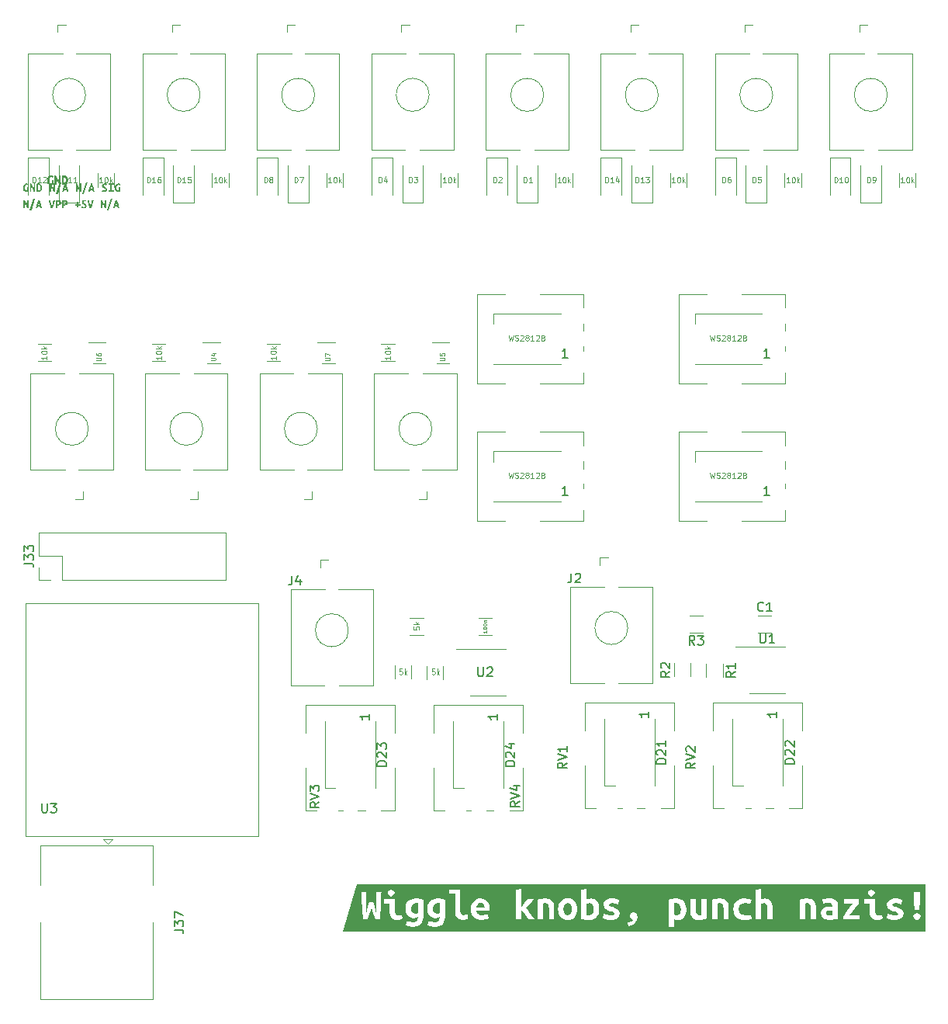
<source format=gbr>
%TF.GenerationSoftware,KiCad,Pcbnew,(6.0.4)*%
%TF.CreationDate,2022-06-07T22:17:41+02:00*%
%TF.ProjectId,vestmannaeyjar,76657374-6d61-46e6-9e61-65796a61722e,rev?*%
%TF.SameCoordinates,Original*%
%TF.FileFunction,Legend,Top*%
%TF.FilePolarity,Positive*%
%FSLAX46Y46*%
G04 Gerber Fmt 4.6, Leading zero omitted, Abs format (unit mm)*
G04 Created by KiCad (PCBNEW (6.0.4)) date 2022-06-07 22:17:41*
%MOMM*%
%LPD*%
G01*
G04 APERTURE LIST*
%ADD10C,0.100000*%
%ADD11C,0.150000*%
%ADD12C,0.120000*%
G04 APERTURE END LIST*
D10*
%TO.C,D14*%
X84521428Y-37971428D02*
X84521428Y-37371428D01*
X84664285Y-37371428D01*
X84750000Y-37400000D01*
X84807142Y-37457142D01*
X84835714Y-37514285D01*
X84864285Y-37628571D01*
X84864285Y-37714285D01*
X84835714Y-37828571D01*
X84807142Y-37885714D01*
X84750000Y-37942857D01*
X84664285Y-37971428D01*
X84521428Y-37971428D01*
X85435714Y-37971428D02*
X85092857Y-37971428D01*
X85264285Y-37971428D02*
X85264285Y-37371428D01*
X85207142Y-37457142D01*
X85150000Y-37514285D01*
X85092857Y-37542857D01*
X85950000Y-37571428D02*
X85950000Y-37971428D01*
X85807142Y-37342857D02*
X85664285Y-37771428D01*
X86035714Y-37771428D01*
%TO.C,R18*%
X48571428Y-56907142D02*
X48571428Y-57250000D01*
X48571428Y-57078571D02*
X47971428Y-57078571D01*
X48057142Y-57135714D01*
X48114285Y-57192857D01*
X48142857Y-57250000D01*
X47971428Y-56535714D02*
X47971428Y-56478571D01*
X48000000Y-56421428D01*
X48028571Y-56392857D01*
X48085714Y-56364285D01*
X48200000Y-56335714D01*
X48342857Y-56335714D01*
X48457142Y-56364285D01*
X48514285Y-56392857D01*
X48542857Y-56421428D01*
X48571428Y-56478571D01*
X48571428Y-56535714D01*
X48542857Y-56592857D01*
X48514285Y-56621428D01*
X48457142Y-56650000D01*
X48342857Y-56678571D01*
X48200000Y-56678571D01*
X48085714Y-56650000D01*
X48028571Y-56621428D01*
X48000000Y-56592857D01*
X47971428Y-56535714D01*
X48571428Y-56078571D02*
X47971428Y-56078571D01*
X48342857Y-56021428D02*
X48571428Y-55850000D01*
X48171428Y-55850000D02*
X48400000Y-56078571D01*
%TO.C,U7*%
X53976190Y-57380952D02*
X54380952Y-57380952D01*
X54428571Y-57357142D01*
X54452380Y-57333333D01*
X54476190Y-57285714D01*
X54476190Y-57190476D01*
X54452380Y-57142857D01*
X54428571Y-57119047D01*
X54380952Y-57095238D01*
X53976190Y-57095238D01*
X53976190Y-56904761D02*
X53976190Y-56571428D01*
X54476190Y-56785714D01*
D11*
%TO.C,RV3*%
X53302380Y-105545238D02*
X52826190Y-105878571D01*
X53302380Y-106116666D02*
X52302380Y-106116666D01*
X52302380Y-105735714D01*
X52350000Y-105640476D01*
X52397619Y-105592857D01*
X52492857Y-105545238D01*
X52635714Y-105545238D01*
X52730952Y-105592857D01*
X52778571Y-105640476D01*
X52826190Y-105735714D01*
X52826190Y-106116666D01*
X52302380Y-105259523D02*
X53302380Y-104926190D01*
X52302380Y-104592857D01*
X52302380Y-104354761D02*
X52302380Y-103735714D01*
X52683333Y-104069047D01*
X52683333Y-103926190D01*
X52730952Y-103830952D01*
X52778571Y-103783333D01*
X52873809Y-103735714D01*
X53111904Y-103735714D01*
X53207142Y-103783333D01*
X53254761Y-103830952D01*
X53302380Y-103926190D01*
X53302380Y-104211904D01*
X53254761Y-104307142D01*
X53207142Y-104354761D01*
%TO.C,D23*%
X60632380Y-101606785D02*
X59632380Y-101606785D01*
X59632380Y-101368690D01*
X59680000Y-101225833D01*
X59775238Y-101130595D01*
X59870476Y-101082976D01*
X60060952Y-101035357D01*
X60203809Y-101035357D01*
X60394285Y-101082976D01*
X60489523Y-101130595D01*
X60584761Y-101225833D01*
X60632380Y-101368690D01*
X60632380Y-101606785D01*
X59727619Y-100654404D02*
X59680000Y-100606785D01*
X59632380Y-100511547D01*
X59632380Y-100273452D01*
X59680000Y-100178214D01*
X59727619Y-100130595D01*
X59822857Y-100082976D01*
X59918095Y-100082976D01*
X60060952Y-100130595D01*
X60632380Y-100702023D01*
X60632380Y-100082976D01*
X59632380Y-99749642D02*
X59632380Y-99130595D01*
X60013333Y-99463928D01*
X60013333Y-99321071D01*
X60060952Y-99225833D01*
X60108571Y-99178214D01*
X60203809Y-99130595D01*
X60441904Y-99130595D01*
X60537142Y-99178214D01*
X60584761Y-99225833D01*
X60632380Y-99321071D01*
X60632380Y-99606785D01*
X60584761Y-99702023D01*
X60537142Y-99749642D01*
X58732380Y-95956785D02*
X58732380Y-96528214D01*
X58732380Y-96242500D02*
X57732380Y-96242500D01*
X57875238Y-96337738D01*
X57970476Y-96432976D01*
X58018095Y-96528214D01*
%TO.C,J4*%
X50316666Y-80869880D02*
X50316666Y-81584166D01*
X50269047Y-81727023D01*
X50173809Y-81822261D01*
X50030952Y-81869880D01*
X49935714Y-81869880D01*
X51221428Y-81203214D02*
X51221428Y-81869880D01*
X50983333Y-80822261D02*
X50745238Y-81536547D01*
X51364285Y-81536547D01*
%TO.C,D24*%
X74632380Y-101606785D02*
X73632380Y-101606785D01*
X73632380Y-101368690D01*
X73680000Y-101225833D01*
X73775238Y-101130595D01*
X73870476Y-101082976D01*
X74060952Y-101035357D01*
X74203809Y-101035357D01*
X74394285Y-101082976D01*
X74489523Y-101130595D01*
X74584761Y-101225833D01*
X74632380Y-101368690D01*
X74632380Y-101606785D01*
X73727619Y-100654404D02*
X73680000Y-100606785D01*
X73632380Y-100511547D01*
X73632380Y-100273452D01*
X73680000Y-100178214D01*
X73727619Y-100130595D01*
X73822857Y-100082976D01*
X73918095Y-100082976D01*
X74060952Y-100130595D01*
X74632380Y-100702023D01*
X74632380Y-100082976D01*
X73965714Y-99225833D02*
X74632380Y-99225833D01*
X73584761Y-99463928D02*
X74299047Y-99702023D01*
X74299047Y-99082976D01*
X72732380Y-95956785D02*
X72732380Y-96528214D01*
X72732380Y-96242500D02*
X71732380Y-96242500D01*
X71875238Y-96337738D01*
X71970476Y-96432976D01*
X72018095Y-96528214D01*
D10*
%TO.C,R5*%
X62350000Y-91021428D02*
X62064285Y-91021428D01*
X62035714Y-91307142D01*
X62064285Y-91278571D01*
X62121428Y-91250000D01*
X62264285Y-91250000D01*
X62321428Y-91278571D01*
X62350000Y-91307142D01*
X62378571Y-91364285D01*
X62378571Y-91507142D01*
X62350000Y-91564285D01*
X62321428Y-91592857D01*
X62264285Y-91621428D01*
X62121428Y-91621428D01*
X62064285Y-91592857D01*
X62035714Y-91564285D01*
X62635714Y-91621428D02*
X62635714Y-91021428D01*
X62692857Y-91392857D02*
X62864285Y-91621428D01*
X62864285Y-91221428D02*
X62635714Y-91450000D01*
D11*
%TO.C,U2*%
X70638095Y-90852380D02*
X70638095Y-91661904D01*
X70685714Y-91757142D01*
X70733333Y-91804761D01*
X70828571Y-91852380D01*
X71019047Y-91852380D01*
X71114285Y-91804761D01*
X71161904Y-91757142D01*
X71209523Y-91661904D01*
X71209523Y-90852380D01*
X71638095Y-90947619D02*
X71685714Y-90900000D01*
X71780952Y-90852380D01*
X72019047Y-90852380D01*
X72114285Y-90900000D01*
X72161904Y-90947619D01*
X72209523Y-91042857D01*
X72209523Y-91138095D01*
X72161904Y-91280952D01*
X71590476Y-91852380D01*
X72209523Y-91852380D01*
D10*
%TO.C,R6*%
X63621428Y-86450000D02*
X63621428Y-86735714D01*
X63907142Y-86764285D01*
X63878571Y-86735714D01*
X63850000Y-86678571D01*
X63850000Y-86535714D01*
X63878571Y-86478571D01*
X63907142Y-86450000D01*
X63964285Y-86421428D01*
X64107142Y-86421428D01*
X64164285Y-86450000D01*
X64192857Y-86478571D01*
X64221428Y-86535714D01*
X64221428Y-86678571D01*
X64192857Y-86735714D01*
X64164285Y-86764285D01*
X64221428Y-86164285D02*
X63621428Y-86164285D01*
X63992857Y-86107142D02*
X64221428Y-85935714D01*
X63821428Y-85935714D02*
X64050000Y-86164285D01*
%TO.C,C2*%
X71580952Y-86847619D02*
X71580952Y-87076190D01*
X71580952Y-86961904D02*
X71180952Y-86961904D01*
X71238095Y-87000000D01*
X71276190Y-87038095D01*
X71295238Y-87076190D01*
X71180952Y-86600000D02*
X71180952Y-86561904D01*
X71200000Y-86523809D01*
X71219047Y-86504761D01*
X71257142Y-86485714D01*
X71333333Y-86466666D01*
X71428571Y-86466666D01*
X71504761Y-86485714D01*
X71542857Y-86504761D01*
X71561904Y-86523809D01*
X71580952Y-86561904D01*
X71580952Y-86600000D01*
X71561904Y-86638095D01*
X71542857Y-86657142D01*
X71504761Y-86676190D01*
X71428571Y-86695238D01*
X71333333Y-86695238D01*
X71257142Y-86676190D01*
X71219047Y-86657142D01*
X71200000Y-86638095D01*
X71180952Y-86600000D01*
X71180952Y-86219047D02*
X71180952Y-86180952D01*
X71200000Y-86142857D01*
X71219047Y-86123809D01*
X71257142Y-86104761D01*
X71333333Y-86085714D01*
X71428571Y-86085714D01*
X71504761Y-86104761D01*
X71542857Y-86123809D01*
X71561904Y-86142857D01*
X71580952Y-86180952D01*
X71580952Y-86219047D01*
X71561904Y-86257142D01*
X71542857Y-86276190D01*
X71504761Y-86295238D01*
X71428571Y-86314285D01*
X71333333Y-86314285D01*
X71257142Y-86295238D01*
X71219047Y-86276190D01*
X71200000Y-86257142D01*
X71180952Y-86219047D01*
X71314285Y-85914285D02*
X71580952Y-85914285D01*
X71352380Y-85914285D02*
X71333333Y-85895238D01*
X71314285Y-85857142D01*
X71314285Y-85800000D01*
X71333333Y-85761904D01*
X71371428Y-85742857D01*
X71580952Y-85742857D01*
D11*
%TO.C,RV4*%
X75152380Y-105495238D02*
X74676190Y-105828571D01*
X75152380Y-106066666D02*
X74152380Y-106066666D01*
X74152380Y-105685714D01*
X74200000Y-105590476D01*
X74247619Y-105542857D01*
X74342857Y-105495238D01*
X74485714Y-105495238D01*
X74580952Y-105542857D01*
X74628571Y-105590476D01*
X74676190Y-105685714D01*
X74676190Y-106066666D01*
X74152380Y-105209523D02*
X75152380Y-104876190D01*
X74152380Y-104542857D01*
X74485714Y-103780952D02*
X75152380Y-103780952D01*
X74104761Y-104019047D02*
X74819047Y-104257142D01*
X74819047Y-103638095D01*
D10*
%TO.C,R4*%
X65900000Y-91021428D02*
X65614285Y-91021428D01*
X65585714Y-91307142D01*
X65614285Y-91278571D01*
X65671428Y-91250000D01*
X65814285Y-91250000D01*
X65871428Y-91278571D01*
X65900000Y-91307142D01*
X65928571Y-91364285D01*
X65928571Y-91507142D01*
X65900000Y-91564285D01*
X65871428Y-91592857D01*
X65814285Y-91621428D01*
X65671428Y-91621428D01*
X65614285Y-91592857D01*
X65585714Y-91564285D01*
X66185714Y-91621428D02*
X66185714Y-91021428D01*
X66242857Y-91392857D02*
X66414285Y-91621428D01*
X66414285Y-91221428D02*
X66185714Y-91450000D01*
D11*
%TO.C,D22*%
X105132379Y-101354285D02*
X104132379Y-101354285D01*
X104132379Y-101116190D01*
X104179999Y-100973333D01*
X104275237Y-100878095D01*
X104370475Y-100830476D01*
X104560951Y-100782857D01*
X104703808Y-100782857D01*
X104894284Y-100830476D01*
X104989522Y-100878095D01*
X105084760Y-100973333D01*
X105132379Y-101116190D01*
X105132379Y-101354285D01*
X104227618Y-100401904D02*
X104179999Y-100354285D01*
X104132379Y-100259047D01*
X104132379Y-100020952D01*
X104179999Y-99925714D01*
X104227618Y-99878095D01*
X104322856Y-99830476D01*
X104418094Y-99830476D01*
X104560951Y-99878095D01*
X105132379Y-100449523D01*
X105132379Y-99830476D01*
X104227618Y-99449523D02*
X104179999Y-99401904D01*
X104132379Y-99306666D01*
X104132379Y-99068571D01*
X104179999Y-98973333D01*
X104227618Y-98925714D01*
X104322856Y-98878095D01*
X104418094Y-98878095D01*
X104560951Y-98925714D01*
X105132379Y-99497142D01*
X105132379Y-98878095D01*
X103232378Y-95704285D02*
X103232378Y-96275714D01*
X103232378Y-95990000D02*
X102232378Y-95990000D01*
X102375236Y-96085238D01*
X102470474Y-96180476D01*
X102518093Y-96275714D01*
%TO.C,J2*%
X80816666Y-80617379D02*
X80816666Y-81331665D01*
X80769047Y-81474522D01*
X80673809Y-81569760D01*
X80530952Y-81617379D01*
X80435714Y-81617379D01*
X81245238Y-80712618D02*
X81292857Y-80664999D01*
X81388095Y-80617379D01*
X81626190Y-80617379D01*
X81721428Y-80664999D01*
X81769047Y-80712618D01*
X81816666Y-80807856D01*
X81816666Y-80903094D01*
X81769047Y-81045951D01*
X81197619Y-81617379D01*
X81816666Y-81617379D01*
%TO.C,C1*%
X101763333Y-84647142D02*
X101715714Y-84694761D01*
X101572857Y-84742380D01*
X101477619Y-84742380D01*
X101334761Y-84694761D01*
X101239523Y-84599523D01*
X101191904Y-84504285D01*
X101144285Y-84313809D01*
X101144285Y-84170952D01*
X101191904Y-83980476D01*
X101239523Y-83885238D01*
X101334761Y-83790000D01*
X101477619Y-83742380D01*
X101572857Y-83742380D01*
X101715714Y-83790000D01*
X101763333Y-83837619D01*
X102715714Y-84742380D02*
X102144285Y-84742380D01*
X102430000Y-84742380D02*
X102430000Y-83742380D01*
X102334761Y-83885238D01*
X102239523Y-83980476D01*
X102144285Y-84028095D01*
%TO.C,U1*%
X101418094Y-87192380D02*
X101418094Y-88001904D01*
X101465713Y-88097142D01*
X101513332Y-88144761D01*
X101608570Y-88192380D01*
X101799046Y-88192380D01*
X101894284Y-88144761D01*
X101941903Y-88097142D01*
X101989522Y-88001904D01*
X101989522Y-87192380D01*
X102989522Y-88192380D02*
X102418094Y-88192380D01*
X102703808Y-88192380D02*
X102703808Y-87192380D01*
X102608570Y-87335238D01*
X102513332Y-87430476D01*
X102418094Y-87478095D01*
%TO.C,RV2*%
X94332379Y-101285239D02*
X93856189Y-101618572D01*
X94332379Y-101856667D02*
X93332379Y-101856667D01*
X93332379Y-101475715D01*
X93379999Y-101380477D01*
X93427618Y-101332858D01*
X93522856Y-101285239D01*
X93665713Y-101285239D01*
X93760951Y-101332858D01*
X93808570Y-101380477D01*
X93856189Y-101475715D01*
X93856189Y-101856667D01*
X93332379Y-100999524D02*
X94332379Y-100666191D01*
X93332379Y-100332858D01*
X93427618Y-100047143D02*
X93379999Y-99999524D01*
X93332379Y-99904286D01*
X93332379Y-99666191D01*
X93379999Y-99570953D01*
X93427618Y-99523334D01*
X93522856Y-99475715D01*
X93618094Y-99475715D01*
X93760951Y-99523334D01*
X94332379Y-100094762D01*
X94332379Y-99475715D01*
%TO.C,R2*%
X91562380Y-91306666D02*
X91086190Y-91640000D01*
X91562380Y-91878095D02*
X90562380Y-91878095D01*
X90562380Y-91497142D01*
X90610000Y-91401904D01*
X90657619Y-91354285D01*
X90752857Y-91306666D01*
X90895714Y-91306666D01*
X90990952Y-91354285D01*
X91038571Y-91401904D01*
X91086190Y-91497142D01*
X91086190Y-91878095D01*
X90657619Y-90925714D02*
X90610000Y-90878095D01*
X90562380Y-90782857D01*
X90562380Y-90544761D01*
X90610000Y-90449523D01*
X90657619Y-90401904D01*
X90752857Y-90354285D01*
X90848095Y-90354285D01*
X90990952Y-90401904D01*
X91562380Y-90973333D01*
X91562380Y-90354285D01*
%TO.C,D21*%
X91132380Y-101354285D02*
X90132380Y-101354285D01*
X90132380Y-101116190D01*
X90180000Y-100973333D01*
X90275238Y-100878095D01*
X90370476Y-100830476D01*
X90560952Y-100782857D01*
X90703809Y-100782857D01*
X90894285Y-100830476D01*
X90989523Y-100878095D01*
X91084761Y-100973333D01*
X91132380Y-101116190D01*
X91132380Y-101354285D01*
X90227619Y-100401904D02*
X90180000Y-100354285D01*
X90132380Y-100259047D01*
X90132380Y-100020952D01*
X90180000Y-99925714D01*
X90227619Y-99878095D01*
X90322857Y-99830476D01*
X90418095Y-99830476D01*
X90560952Y-99878095D01*
X91132380Y-100449523D01*
X91132380Y-99830476D01*
X91132380Y-98878095D02*
X91132380Y-99449523D01*
X91132380Y-99163809D02*
X90132380Y-99163809D01*
X90275238Y-99259047D01*
X90370476Y-99354285D01*
X90418095Y-99449523D01*
X89232379Y-95704285D02*
X89232379Y-96275714D01*
X89232379Y-95990000D02*
X88232379Y-95990000D01*
X88375237Y-96085238D01*
X88470475Y-96180476D01*
X88518094Y-96275714D01*
%TO.C,R3*%
X94263333Y-88412380D02*
X93930000Y-87936190D01*
X93691904Y-88412380D02*
X93691904Y-87412380D01*
X94072857Y-87412380D01*
X94168095Y-87460000D01*
X94215714Y-87507619D01*
X94263333Y-87602857D01*
X94263333Y-87745714D01*
X94215714Y-87840952D01*
X94168095Y-87888571D01*
X94072857Y-87936190D01*
X93691904Y-87936190D01*
X94596666Y-87412380D02*
X95215714Y-87412380D01*
X94882380Y-87793333D01*
X95025238Y-87793333D01*
X95120476Y-87840952D01*
X95168095Y-87888571D01*
X95215714Y-87983809D01*
X95215714Y-88221904D01*
X95168095Y-88317142D01*
X95120476Y-88364761D01*
X95025238Y-88412380D01*
X94739523Y-88412380D01*
X94644285Y-88364761D01*
X94596666Y-88317142D01*
%TO.C,RV1*%
X80332380Y-101285239D02*
X79856190Y-101618572D01*
X80332380Y-101856667D02*
X79332380Y-101856667D01*
X79332380Y-101475715D01*
X79380000Y-101380477D01*
X79427619Y-101332858D01*
X79522857Y-101285239D01*
X79665714Y-101285239D01*
X79760952Y-101332858D01*
X79808571Y-101380477D01*
X79856190Y-101475715D01*
X79856190Y-101856667D01*
X79332380Y-100999524D02*
X80332380Y-100666191D01*
X79332380Y-100332858D01*
X80332380Y-99475715D02*
X80332380Y-100047143D01*
X80332380Y-99761429D02*
X79332380Y-99761429D01*
X79475238Y-99856667D01*
X79570476Y-99951905D01*
X79618095Y-100047143D01*
%TO.C,R1*%
X98702379Y-91356666D02*
X98226189Y-91690000D01*
X98702379Y-91928095D02*
X97702379Y-91928095D01*
X97702379Y-91547142D01*
X97749999Y-91451904D01*
X97797618Y-91404285D01*
X97892856Y-91356666D01*
X98035713Y-91356666D01*
X98130951Y-91404285D01*
X98178570Y-91451904D01*
X98226189Y-91547142D01*
X98226189Y-91928095D01*
X98702379Y-90404285D02*
X98702379Y-90975714D01*
X98702379Y-90690000D02*
X97702379Y-90690000D01*
X97845237Y-90785238D01*
X97940475Y-90880476D01*
X97988094Y-90975714D01*
%TO.C,U3*%
X23038095Y-105697380D02*
X23038095Y-106506904D01*
X23085714Y-106602142D01*
X23133333Y-106649761D01*
X23228571Y-106697380D01*
X23419047Y-106697380D01*
X23514285Y-106649761D01*
X23561904Y-106602142D01*
X23609523Y-106506904D01*
X23609523Y-105697380D01*
X23990476Y-105697380D02*
X24609523Y-105697380D01*
X24276190Y-106078333D01*
X24419047Y-106078333D01*
X24514285Y-106125952D01*
X24561904Y-106173571D01*
X24609523Y-106268809D01*
X24609523Y-106506904D01*
X24561904Y-106602142D01*
X24514285Y-106649761D01*
X24419047Y-106697380D01*
X24133333Y-106697380D01*
X24038095Y-106649761D01*
X23990476Y-106602142D01*
D10*
%TO.C,R12*%
X29642857Y-37996428D02*
X29300000Y-37996428D01*
X29471428Y-37996428D02*
X29471428Y-37396428D01*
X29414285Y-37482142D01*
X29357142Y-37539285D01*
X29300000Y-37567857D01*
X30014285Y-37396428D02*
X30071428Y-37396428D01*
X30128571Y-37425000D01*
X30157142Y-37453571D01*
X30185714Y-37510714D01*
X30214285Y-37625000D01*
X30214285Y-37767857D01*
X30185714Y-37882142D01*
X30157142Y-37939285D01*
X30128571Y-37967857D01*
X30071428Y-37996428D01*
X30014285Y-37996428D01*
X29957142Y-37967857D01*
X29928571Y-37939285D01*
X29900000Y-37882142D01*
X29871428Y-37767857D01*
X29871428Y-37625000D01*
X29900000Y-37510714D01*
X29928571Y-37453571D01*
X29957142Y-37425000D01*
X30014285Y-37396428D01*
X30471428Y-37996428D02*
X30471428Y-37396428D01*
X30528571Y-37767857D02*
X30700000Y-37996428D01*
X30700000Y-37596428D02*
X30471428Y-37825000D01*
%TO.C,R14*%
X42142857Y-37996428D02*
X41800000Y-37996428D01*
X41971428Y-37996428D02*
X41971428Y-37396428D01*
X41914285Y-37482142D01*
X41857142Y-37539285D01*
X41800000Y-37567857D01*
X42514285Y-37396428D02*
X42571428Y-37396428D01*
X42628571Y-37425000D01*
X42657142Y-37453571D01*
X42685714Y-37510714D01*
X42714285Y-37625000D01*
X42714285Y-37767857D01*
X42685714Y-37882142D01*
X42657142Y-37939285D01*
X42628571Y-37967857D01*
X42571428Y-37996428D01*
X42514285Y-37996428D01*
X42457142Y-37967857D01*
X42428571Y-37939285D01*
X42400000Y-37882142D01*
X42371428Y-37767857D01*
X42371428Y-37625000D01*
X42400000Y-37510714D01*
X42428571Y-37453571D01*
X42457142Y-37425000D01*
X42514285Y-37396428D01*
X42971428Y-37996428D02*
X42971428Y-37396428D01*
X43028571Y-37767857D02*
X43200000Y-37996428D01*
X43200000Y-37596428D02*
X42971428Y-37825000D01*
%TO.C,U5*%
X66476190Y-57380952D02*
X66880952Y-57380952D01*
X66928571Y-57357142D01*
X66952380Y-57333333D01*
X66976190Y-57285714D01*
X66976190Y-57190476D01*
X66952380Y-57142857D01*
X66928571Y-57119047D01*
X66880952Y-57095238D01*
X66476190Y-57095238D01*
X66476190Y-56619047D02*
X66476190Y-56857142D01*
X66714285Y-56880952D01*
X66690476Y-56857142D01*
X66666666Y-56809523D01*
X66666666Y-56690476D01*
X66690476Y-56642857D01*
X66714285Y-56619047D01*
X66761904Y-56595238D01*
X66880952Y-56595238D01*
X66928571Y-56619047D01*
X66952380Y-56642857D01*
X66976190Y-56690476D01*
X66976190Y-56809523D01*
X66952380Y-56857142D01*
X66928571Y-56880952D01*
%TO.C,D10*%
X109521428Y-37971428D02*
X109521428Y-37371428D01*
X109664285Y-37371428D01*
X109750000Y-37400000D01*
X109807142Y-37457142D01*
X109835714Y-37514285D01*
X109864285Y-37628571D01*
X109864285Y-37714285D01*
X109835714Y-37828571D01*
X109807142Y-37885714D01*
X109750000Y-37942857D01*
X109664285Y-37971428D01*
X109521428Y-37971428D01*
X110435714Y-37971428D02*
X110092857Y-37971428D01*
X110264285Y-37971428D02*
X110264285Y-37371428D01*
X110207142Y-37457142D01*
X110150000Y-37514285D01*
X110092857Y-37542857D01*
X110807142Y-37371428D02*
X110864285Y-37371428D01*
X110921428Y-37400000D01*
X110950000Y-37428571D01*
X110978571Y-37485714D01*
X111007142Y-37600000D01*
X111007142Y-37742857D01*
X110978571Y-37857142D01*
X110950000Y-37914285D01*
X110921428Y-37942857D01*
X110864285Y-37971428D01*
X110807142Y-37971428D01*
X110750000Y-37942857D01*
X110721428Y-37914285D01*
X110692857Y-37857142D01*
X110664285Y-37742857D01*
X110664285Y-37600000D01*
X110692857Y-37485714D01*
X110721428Y-37428571D01*
X110750000Y-37400000D01*
X110807142Y-37371428D01*
%TO.C,D9*%
X113107142Y-37971428D02*
X113107142Y-37371428D01*
X113250000Y-37371428D01*
X113335714Y-37400000D01*
X113392857Y-37457142D01*
X113421428Y-37514285D01*
X113450000Y-37628571D01*
X113450000Y-37714285D01*
X113421428Y-37828571D01*
X113392857Y-37885714D01*
X113335714Y-37942857D01*
X113250000Y-37971428D01*
X113107142Y-37971428D01*
X113735714Y-37971428D02*
X113850000Y-37971428D01*
X113907142Y-37942857D01*
X113935714Y-37914285D01*
X113992857Y-37828571D01*
X114021428Y-37714285D01*
X114021428Y-37485714D01*
X113992857Y-37428571D01*
X113964285Y-37400000D01*
X113907142Y-37371428D01*
X113792857Y-37371428D01*
X113735714Y-37400000D01*
X113707142Y-37428571D01*
X113678571Y-37485714D01*
X113678571Y-37628571D01*
X113707142Y-37685714D01*
X113735714Y-37714285D01*
X113792857Y-37742857D01*
X113907142Y-37742857D01*
X113964285Y-37714285D01*
X113992857Y-37685714D01*
X114021428Y-37628571D01*
%TO.C,R9*%
X104642857Y-37996428D02*
X104300000Y-37996428D01*
X104471428Y-37996428D02*
X104471428Y-37396428D01*
X104414285Y-37482142D01*
X104357142Y-37539285D01*
X104300000Y-37567857D01*
X105014285Y-37396428D02*
X105071428Y-37396428D01*
X105128571Y-37425000D01*
X105157142Y-37453571D01*
X105185714Y-37510714D01*
X105214285Y-37625000D01*
X105214285Y-37767857D01*
X105185714Y-37882142D01*
X105157142Y-37939285D01*
X105128571Y-37967857D01*
X105071428Y-37996428D01*
X105014285Y-37996428D01*
X104957142Y-37967857D01*
X104928571Y-37939285D01*
X104900000Y-37882142D01*
X104871428Y-37767857D01*
X104871428Y-37625000D01*
X104900000Y-37510714D01*
X104928571Y-37453571D01*
X104957142Y-37425000D01*
X105014285Y-37396428D01*
X105471428Y-37996428D02*
X105471428Y-37396428D01*
X105528571Y-37767857D02*
X105700000Y-37996428D01*
X105700000Y-37596428D02*
X105471428Y-37825000D01*
%TO.C,U4*%
X41476190Y-57380952D02*
X41880952Y-57380952D01*
X41928571Y-57357142D01*
X41952380Y-57333333D01*
X41976190Y-57285714D01*
X41976190Y-57190476D01*
X41952380Y-57142857D01*
X41928571Y-57119047D01*
X41880952Y-57095238D01*
X41476190Y-57095238D01*
X41642857Y-56642857D02*
X41976190Y-56642857D01*
X41452380Y-56761904D02*
X41809523Y-56880952D01*
X41809523Y-56571428D01*
%TO.C,D19*%
X73964285Y-69621428D02*
X74107142Y-70221428D01*
X74221428Y-69792857D01*
X74335714Y-70221428D01*
X74478571Y-69621428D01*
X74678571Y-70192857D02*
X74764285Y-70221428D01*
X74907142Y-70221428D01*
X74964285Y-70192857D01*
X74992857Y-70164285D01*
X75021428Y-70107142D01*
X75021428Y-70050000D01*
X74992857Y-69992857D01*
X74964285Y-69964285D01*
X74907142Y-69935714D01*
X74792857Y-69907142D01*
X74735714Y-69878571D01*
X74707142Y-69850000D01*
X74678571Y-69792857D01*
X74678571Y-69735714D01*
X74707142Y-69678571D01*
X74735714Y-69650000D01*
X74792857Y-69621428D01*
X74935714Y-69621428D01*
X75021428Y-69650000D01*
X75250000Y-69678571D02*
X75278571Y-69650000D01*
X75335714Y-69621428D01*
X75478571Y-69621428D01*
X75535714Y-69650000D01*
X75564285Y-69678571D01*
X75592857Y-69735714D01*
X75592857Y-69792857D01*
X75564285Y-69878571D01*
X75221428Y-70221428D01*
X75592857Y-70221428D01*
X75935714Y-69878571D02*
X75878571Y-69850000D01*
X75850000Y-69821428D01*
X75821428Y-69764285D01*
X75821428Y-69735714D01*
X75850000Y-69678571D01*
X75878571Y-69650000D01*
X75935714Y-69621428D01*
X76050000Y-69621428D01*
X76107142Y-69650000D01*
X76135714Y-69678571D01*
X76164285Y-69735714D01*
X76164285Y-69764285D01*
X76135714Y-69821428D01*
X76107142Y-69850000D01*
X76050000Y-69878571D01*
X75935714Y-69878571D01*
X75878571Y-69907142D01*
X75850000Y-69935714D01*
X75821428Y-69992857D01*
X75821428Y-70107142D01*
X75850000Y-70164285D01*
X75878571Y-70192857D01*
X75935714Y-70221428D01*
X76050000Y-70221428D01*
X76107142Y-70192857D01*
X76135714Y-70164285D01*
X76164285Y-70107142D01*
X76164285Y-69992857D01*
X76135714Y-69935714D01*
X76107142Y-69907142D01*
X76050000Y-69878571D01*
X76735714Y-70221428D02*
X76392857Y-70221428D01*
X76564285Y-70221428D02*
X76564285Y-69621428D01*
X76507142Y-69707142D01*
X76450000Y-69764285D01*
X76392857Y-69792857D01*
X76964285Y-69678571D02*
X76992857Y-69650000D01*
X77050000Y-69621428D01*
X77192857Y-69621428D01*
X77250000Y-69650000D01*
X77278571Y-69678571D01*
X77307142Y-69735714D01*
X77307142Y-69792857D01*
X77278571Y-69878571D01*
X76935714Y-70221428D01*
X77307142Y-70221428D01*
X77764285Y-69907142D02*
X77850000Y-69935714D01*
X77878571Y-69964285D01*
X77907142Y-70021428D01*
X77907142Y-70107142D01*
X77878571Y-70164285D01*
X77850000Y-70192857D01*
X77792857Y-70221428D01*
X77564285Y-70221428D01*
X77564285Y-69621428D01*
X77764285Y-69621428D01*
X77821428Y-69650000D01*
X77850000Y-69678571D01*
X77878571Y-69735714D01*
X77878571Y-69792857D01*
X77850000Y-69850000D01*
X77821428Y-69878571D01*
X77764285Y-69907142D01*
X77564285Y-69907142D01*
D11*
X80425714Y-72072379D02*
X79854285Y-72072379D01*
X80140000Y-72072379D02*
X80140000Y-71072379D01*
X80044761Y-71215237D01*
X79949523Y-71310475D01*
X79854285Y-71358094D01*
D10*
%TO.C,R13*%
X92142857Y-37996428D02*
X91800000Y-37996428D01*
X91971428Y-37996428D02*
X91971428Y-37396428D01*
X91914285Y-37482142D01*
X91857142Y-37539285D01*
X91800000Y-37567857D01*
X92514285Y-37396428D02*
X92571428Y-37396428D01*
X92628571Y-37425000D01*
X92657142Y-37453571D01*
X92685714Y-37510714D01*
X92714285Y-37625000D01*
X92714285Y-37767857D01*
X92685714Y-37882142D01*
X92657142Y-37939285D01*
X92628571Y-37967857D01*
X92571428Y-37996428D01*
X92514285Y-37996428D01*
X92457142Y-37967857D01*
X92428571Y-37939285D01*
X92400000Y-37882142D01*
X92371428Y-37767857D01*
X92371428Y-37625000D01*
X92400000Y-37510714D01*
X92428571Y-37453571D01*
X92457142Y-37425000D01*
X92514285Y-37396428D01*
X92971428Y-37996428D02*
X92971428Y-37396428D01*
X93028571Y-37767857D02*
X93200000Y-37996428D01*
X93200000Y-37596428D02*
X92971428Y-37825000D01*
%TO.C,D7*%
X50607142Y-37971428D02*
X50607142Y-37371428D01*
X50750000Y-37371428D01*
X50835714Y-37400000D01*
X50892857Y-37457142D01*
X50921428Y-37514285D01*
X50950000Y-37628571D01*
X50950000Y-37714285D01*
X50921428Y-37828571D01*
X50892857Y-37885714D01*
X50835714Y-37942857D01*
X50750000Y-37971428D01*
X50607142Y-37971428D01*
X51150000Y-37371428D02*
X51550000Y-37371428D01*
X51292857Y-37971428D01*
%TO.C,R8*%
X67142857Y-37996428D02*
X66800000Y-37996428D01*
X66971428Y-37996428D02*
X66971428Y-37396428D01*
X66914285Y-37482142D01*
X66857142Y-37539285D01*
X66800000Y-37567857D01*
X67514285Y-37396428D02*
X67571428Y-37396428D01*
X67628571Y-37425000D01*
X67657142Y-37453571D01*
X67685714Y-37510714D01*
X67714285Y-37625000D01*
X67714285Y-37767857D01*
X67685714Y-37882142D01*
X67657142Y-37939285D01*
X67628571Y-37967857D01*
X67571428Y-37996428D01*
X67514285Y-37996428D01*
X67457142Y-37967857D01*
X67428571Y-37939285D01*
X67400000Y-37882142D01*
X67371428Y-37767857D01*
X67371428Y-37625000D01*
X67400000Y-37510714D01*
X67428571Y-37453571D01*
X67457142Y-37425000D01*
X67514285Y-37396428D01*
X67971428Y-37996428D02*
X67971428Y-37396428D01*
X68028571Y-37767857D02*
X68200000Y-37996428D01*
X68200000Y-37596428D02*
X67971428Y-37825000D01*
%TO.C,R10*%
X54642857Y-37996428D02*
X54300000Y-37996428D01*
X54471428Y-37996428D02*
X54471428Y-37396428D01*
X54414285Y-37482142D01*
X54357142Y-37539285D01*
X54300000Y-37567857D01*
X55014285Y-37396428D02*
X55071428Y-37396428D01*
X55128571Y-37425000D01*
X55157142Y-37453571D01*
X55185714Y-37510714D01*
X55214285Y-37625000D01*
X55214285Y-37767857D01*
X55185714Y-37882142D01*
X55157142Y-37939285D01*
X55128571Y-37967857D01*
X55071428Y-37996428D01*
X55014285Y-37996428D01*
X54957142Y-37967857D01*
X54928571Y-37939285D01*
X54900000Y-37882142D01*
X54871428Y-37767857D01*
X54871428Y-37625000D01*
X54900000Y-37510714D01*
X54928571Y-37453571D01*
X54957142Y-37425000D01*
X55014285Y-37396428D01*
X55471428Y-37996428D02*
X55471428Y-37396428D01*
X55528571Y-37767857D02*
X55700000Y-37996428D01*
X55700000Y-37596428D02*
X55471428Y-37825000D01*
%TO.C,D4*%
X59807142Y-37971428D02*
X59807142Y-37371428D01*
X59950000Y-37371428D01*
X60035714Y-37400000D01*
X60092857Y-37457142D01*
X60121428Y-37514285D01*
X60150000Y-37628571D01*
X60150000Y-37714285D01*
X60121428Y-37828571D01*
X60092857Y-37885714D01*
X60035714Y-37942857D01*
X59950000Y-37971428D01*
X59807142Y-37971428D01*
X60664285Y-37571428D02*
X60664285Y-37971428D01*
X60521428Y-37342857D02*
X60378571Y-37771428D01*
X60750000Y-37771428D01*
%TO.C,D2*%
X72307142Y-37971428D02*
X72307142Y-37371428D01*
X72450000Y-37371428D01*
X72535714Y-37400000D01*
X72592857Y-37457142D01*
X72621428Y-37514285D01*
X72650000Y-37628571D01*
X72650000Y-37714285D01*
X72621428Y-37828571D01*
X72592857Y-37885714D01*
X72535714Y-37942857D01*
X72450000Y-37971428D01*
X72307142Y-37971428D01*
X72878571Y-37428571D02*
X72907142Y-37400000D01*
X72964285Y-37371428D01*
X73107142Y-37371428D01*
X73164285Y-37400000D01*
X73192857Y-37428571D01*
X73221428Y-37485714D01*
X73221428Y-37542857D01*
X73192857Y-37628571D01*
X72850000Y-37971428D01*
X73221428Y-37971428D01*
%TO.C,D11*%
X25321428Y-37971428D02*
X25321428Y-37371428D01*
X25464285Y-37371428D01*
X25550000Y-37400000D01*
X25607142Y-37457142D01*
X25635714Y-37514285D01*
X25664285Y-37628571D01*
X25664285Y-37714285D01*
X25635714Y-37828571D01*
X25607142Y-37885714D01*
X25550000Y-37942857D01*
X25464285Y-37971428D01*
X25321428Y-37971428D01*
X26235714Y-37971428D02*
X25892857Y-37971428D01*
X26064285Y-37971428D02*
X26064285Y-37371428D01*
X26007142Y-37457142D01*
X25950000Y-37514285D01*
X25892857Y-37542857D01*
X26807142Y-37971428D02*
X26464285Y-37971428D01*
X26635714Y-37971428D02*
X26635714Y-37371428D01*
X26578571Y-37457142D01*
X26521428Y-37514285D01*
X26464285Y-37542857D01*
%TO.C,D12*%
X22021428Y-37971428D02*
X22021428Y-37371428D01*
X22164285Y-37371428D01*
X22250000Y-37400000D01*
X22307142Y-37457142D01*
X22335714Y-37514285D01*
X22364285Y-37628571D01*
X22364285Y-37714285D01*
X22335714Y-37828571D01*
X22307142Y-37885714D01*
X22250000Y-37942857D01*
X22164285Y-37971428D01*
X22021428Y-37971428D01*
X22935714Y-37971428D02*
X22592857Y-37971428D01*
X22764285Y-37971428D02*
X22764285Y-37371428D01*
X22707142Y-37457142D01*
X22650000Y-37514285D01*
X22592857Y-37542857D01*
X23164285Y-37428571D02*
X23192857Y-37400000D01*
X23250000Y-37371428D01*
X23392857Y-37371428D01*
X23450000Y-37400000D01*
X23478571Y-37428571D01*
X23507142Y-37485714D01*
X23507142Y-37542857D01*
X23478571Y-37628571D01*
X23135714Y-37971428D01*
X23507142Y-37971428D01*
%TO.C,D3*%
X63107142Y-37971428D02*
X63107142Y-37371428D01*
X63250000Y-37371428D01*
X63335714Y-37400000D01*
X63392857Y-37457142D01*
X63421428Y-37514285D01*
X63450000Y-37628571D01*
X63450000Y-37714285D01*
X63421428Y-37828571D01*
X63392857Y-37885714D01*
X63335714Y-37942857D01*
X63250000Y-37971428D01*
X63107142Y-37971428D01*
X63650000Y-37371428D02*
X64021428Y-37371428D01*
X63821428Y-37600000D01*
X63907142Y-37600000D01*
X63964285Y-37628571D01*
X63992857Y-37657142D01*
X64021428Y-37714285D01*
X64021428Y-37857142D01*
X63992857Y-37914285D01*
X63964285Y-37942857D01*
X63907142Y-37971428D01*
X63735714Y-37971428D01*
X63678571Y-37942857D01*
X63650000Y-37914285D01*
%TO.C,D1*%
X75607142Y-37971428D02*
X75607142Y-37371428D01*
X75750000Y-37371428D01*
X75835714Y-37400000D01*
X75892857Y-37457142D01*
X75921428Y-37514285D01*
X75950000Y-37628571D01*
X75950000Y-37714285D01*
X75921428Y-37828571D01*
X75892857Y-37885714D01*
X75835714Y-37942857D01*
X75750000Y-37971428D01*
X75607142Y-37971428D01*
X76521428Y-37971428D02*
X76178571Y-37971428D01*
X76350000Y-37971428D02*
X76350000Y-37371428D01*
X76292857Y-37457142D01*
X76235714Y-37514285D01*
X76178571Y-37542857D01*
%TO.C,R15*%
X36071428Y-56907142D02*
X36071428Y-57250000D01*
X36071428Y-57078571D02*
X35471428Y-57078571D01*
X35557142Y-57135714D01*
X35614285Y-57192857D01*
X35642857Y-57250000D01*
X35471428Y-56535714D02*
X35471428Y-56478571D01*
X35500000Y-56421428D01*
X35528571Y-56392857D01*
X35585714Y-56364285D01*
X35700000Y-56335714D01*
X35842857Y-56335714D01*
X35957142Y-56364285D01*
X36014285Y-56392857D01*
X36042857Y-56421428D01*
X36071428Y-56478571D01*
X36071428Y-56535714D01*
X36042857Y-56592857D01*
X36014285Y-56621428D01*
X35957142Y-56650000D01*
X35842857Y-56678571D01*
X35700000Y-56678571D01*
X35585714Y-56650000D01*
X35528571Y-56621428D01*
X35500000Y-56592857D01*
X35471428Y-56535714D01*
X36071428Y-56078571D02*
X35471428Y-56078571D01*
X35842857Y-56021428D02*
X36071428Y-55850000D01*
X35671428Y-55850000D02*
X35900000Y-56078571D01*
%TO.C,R11*%
X117142857Y-37996428D02*
X116800000Y-37996428D01*
X116971428Y-37996428D02*
X116971428Y-37396428D01*
X116914285Y-37482142D01*
X116857142Y-37539285D01*
X116800000Y-37567857D01*
X117514285Y-37396428D02*
X117571428Y-37396428D01*
X117628571Y-37425000D01*
X117657142Y-37453571D01*
X117685714Y-37510714D01*
X117714285Y-37625000D01*
X117714285Y-37767857D01*
X117685714Y-37882142D01*
X117657142Y-37939285D01*
X117628571Y-37967857D01*
X117571428Y-37996428D01*
X117514285Y-37996428D01*
X117457142Y-37967857D01*
X117428571Y-37939285D01*
X117400000Y-37882142D01*
X117371428Y-37767857D01*
X117371428Y-37625000D01*
X117400000Y-37510714D01*
X117428571Y-37453571D01*
X117457142Y-37425000D01*
X117514285Y-37396428D01*
X117971428Y-37996428D02*
X117971428Y-37396428D01*
X118028571Y-37767857D02*
X118200000Y-37996428D01*
X118200000Y-37596428D02*
X117971428Y-37825000D01*
%TO.C,D16*%
X34521428Y-37971428D02*
X34521428Y-37371428D01*
X34664285Y-37371428D01*
X34750000Y-37400000D01*
X34807142Y-37457142D01*
X34835714Y-37514285D01*
X34864285Y-37628571D01*
X34864285Y-37714285D01*
X34835714Y-37828571D01*
X34807142Y-37885714D01*
X34750000Y-37942857D01*
X34664285Y-37971428D01*
X34521428Y-37971428D01*
X35435714Y-37971428D02*
X35092857Y-37971428D01*
X35264285Y-37971428D02*
X35264285Y-37371428D01*
X35207142Y-37457142D01*
X35150000Y-37514285D01*
X35092857Y-37542857D01*
X35950000Y-37371428D02*
X35835714Y-37371428D01*
X35778571Y-37400000D01*
X35750000Y-37428571D01*
X35692857Y-37514285D01*
X35664285Y-37628571D01*
X35664285Y-37857142D01*
X35692857Y-37914285D01*
X35721428Y-37942857D01*
X35778571Y-37971428D01*
X35892857Y-37971428D01*
X35950000Y-37942857D01*
X35978571Y-37914285D01*
X36007142Y-37857142D01*
X36007142Y-37714285D01*
X35978571Y-37657142D01*
X35950000Y-37628571D01*
X35892857Y-37600000D01*
X35778571Y-37600000D01*
X35721428Y-37628571D01*
X35692857Y-37657142D01*
X35664285Y-37714285D01*
%TO.C,R17*%
X23571428Y-56907142D02*
X23571428Y-57250000D01*
X23571428Y-57078571D02*
X22971428Y-57078571D01*
X23057142Y-57135714D01*
X23114285Y-57192857D01*
X23142857Y-57250000D01*
X22971428Y-56535714D02*
X22971428Y-56478571D01*
X23000000Y-56421428D01*
X23028571Y-56392857D01*
X23085714Y-56364285D01*
X23200000Y-56335714D01*
X23342857Y-56335714D01*
X23457142Y-56364285D01*
X23514285Y-56392857D01*
X23542857Y-56421428D01*
X23571428Y-56478571D01*
X23571428Y-56535714D01*
X23542857Y-56592857D01*
X23514285Y-56621428D01*
X23457142Y-56650000D01*
X23342857Y-56678571D01*
X23200000Y-56678571D01*
X23085714Y-56650000D01*
X23028571Y-56621428D01*
X23000000Y-56592857D01*
X22971428Y-56535714D01*
X23571428Y-56078571D02*
X22971428Y-56078571D01*
X23342857Y-56021428D02*
X23571428Y-55850000D01*
X23171428Y-55850000D02*
X23400000Y-56078571D01*
%TO.C,R16*%
X61071428Y-56907142D02*
X61071428Y-57250000D01*
X61071428Y-57078571D02*
X60471428Y-57078571D01*
X60557142Y-57135714D01*
X60614285Y-57192857D01*
X60642857Y-57250000D01*
X60471428Y-56535714D02*
X60471428Y-56478571D01*
X60500000Y-56421428D01*
X60528571Y-56392857D01*
X60585714Y-56364285D01*
X60700000Y-56335714D01*
X60842857Y-56335714D01*
X60957142Y-56364285D01*
X61014285Y-56392857D01*
X61042857Y-56421428D01*
X61071428Y-56478571D01*
X61071428Y-56535714D01*
X61042857Y-56592857D01*
X61014285Y-56621428D01*
X60957142Y-56650000D01*
X60842857Y-56678571D01*
X60700000Y-56678571D01*
X60585714Y-56650000D01*
X60528571Y-56621428D01*
X60500000Y-56592857D01*
X60471428Y-56535714D01*
X61071428Y-56078571D02*
X60471428Y-56078571D01*
X60842857Y-56021428D02*
X61071428Y-55850000D01*
X60671428Y-55850000D02*
X60900000Y-56078571D01*
%TO.C,D5*%
X100607142Y-37971428D02*
X100607142Y-37371428D01*
X100750000Y-37371428D01*
X100835714Y-37400000D01*
X100892857Y-37457142D01*
X100921428Y-37514285D01*
X100950000Y-37628571D01*
X100950000Y-37714285D01*
X100921428Y-37828571D01*
X100892857Y-37885714D01*
X100835714Y-37942857D01*
X100750000Y-37971428D01*
X100607142Y-37971428D01*
X101492857Y-37371428D02*
X101207142Y-37371428D01*
X101178571Y-37657142D01*
X101207142Y-37628571D01*
X101264285Y-37600000D01*
X101407142Y-37600000D01*
X101464285Y-37628571D01*
X101492857Y-37657142D01*
X101521428Y-37714285D01*
X101521428Y-37857142D01*
X101492857Y-37914285D01*
X101464285Y-37942857D01*
X101407142Y-37971428D01*
X101264285Y-37971428D01*
X101207142Y-37942857D01*
X101178571Y-37914285D01*
D11*
%TO.C,J33*%
X21122380Y-79539523D02*
X21836666Y-79539523D01*
X21979523Y-79587142D01*
X22074761Y-79682380D01*
X22122380Y-79825238D01*
X22122380Y-79920476D01*
X21122380Y-79158571D02*
X21122380Y-78539523D01*
X21503333Y-78872857D01*
X21503333Y-78730000D01*
X21550952Y-78634761D01*
X21598571Y-78587142D01*
X21693809Y-78539523D01*
X21931904Y-78539523D01*
X22027142Y-78587142D01*
X22074761Y-78634761D01*
X22122380Y-78730000D01*
X22122380Y-79015714D01*
X22074761Y-79110952D01*
X22027142Y-79158571D01*
X21122380Y-78206190D02*
X21122380Y-77587142D01*
X21503333Y-77920476D01*
X21503333Y-77777619D01*
X21550952Y-77682380D01*
X21598571Y-77634761D01*
X21693809Y-77587142D01*
X21931904Y-77587142D01*
X22027142Y-77634761D01*
X22074761Y-77682380D01*
X22122380Y-77777619D01*
X22122380Y-78063333D01*
X22074761Y-78158571D01*
X22027142Y-78206190D01*
%TO.C,J37*%
X37472380Y-119487023D02*
X38186666Y-119487023D01*
X38329523Y-119534642D01*
X38424761Y-119629880D01*
X38472380Y-119772738D01*
X38472380Y-119867976D01*
X37472380Y-119106071D02*
X37472380Y-118487023D01*
X37853333Y-118820357D01*
X37853333Y-118677500D01*
X37900952Y-118582261D01*
X37948571Y-118534642D01*
X38043809Y-118487023D01*
X38281904Y-118487023D01*
X38377142Y-118534642D01*
X38424761Y-118582261D01*
X38472380Y-118677500D01*
X38472380Y-118963214D01*
X38424761Y-119058452D01*
X38377142Y-119106071D01*
X37472380Y-118153690D02*
X37472380Y-117487023D01*
X38472380Y-117915595D01*
D10*
%TO.C,D15*%
X37821428Y-37971428D02*
X37821428Y-37371428D01*
X37964285Y-37371428D01*
X38050000Y-37400000D01*
X38107142Y-37457142D01*
X38135714Y-37514285D01*
X38164285Y-37628571D01*
X38164285Y-37714285D01*
X38135714Y-37828571D01*
X38107142Y-37885714D01*
X38050000Y-37942857D01*
X37964285Y-37971428D01*
X37821428Y-37971428D01*
X38735714Y-37971428D02*
X38392857Y-37971428D01*
X38564285Y-37971428D02*
X38564285Y-37371428D01*
X38507142Y-37457142D01*
X38450000Y-37514285D01*
X38392857Y-37542857D01*
X39278571Y-37371428D02*
X38992857Y-37371428D01*
X38964285Y-37657142D01*
X38992857Y-37628571D01*
X39050000Y-37600000D01*
X39192857Y-37600000D01*
X39250000Y-37628571D01*
X39278571Y-37657142D01*
X39307142Y-37714285D01*
X39307142Y-37857142D01*
X39278571Y-37914285D01*
X39250000Y-37942857D01*
X39192857Y-37971428D01*
X39050000Y-37971428D01*
X38992857Y-37942857D01*
X38964285Y-37914285D01*
%TO.C,D13*%
X87821428Y-37971428D02*
X87821428Y-37371428D01*
X87964285Y-37371428D01*
X88050000Y-37400000D01*
X88107142Y-37457142D01*
X88135714Y-37514285D01*
X88164285Y-37628571D01*
X88164285Y-37714285D01*
X88135714Y-37828571D01*
X88107142Y-37885714D01*
X88050000Y-37942857D01*
X87964285Y-37971428D01*
X87821428Y-37971428D01*
X88735714Y-37971428D02*
X88392857Y-37971428D01*
X88564285Y-37971428D02*
X88564285Y-37371428D01*
X88507142Y-37457142D01*
X88450000Y-37514285D01*
X88392857Y-37542857D01*
X88935714Y-37371428D02*
X89307142Y-37371428D01*
X89107142Y-37600000D01*
X89192857Y-37600000D01*
X89250000Y-37628571D01*
X89278571Y-37657142D01*
X89307142Y-37714285D01*
X89307142Y-37857142D01*
X89278571Y-37914285D01*
X89250000Y-37942857D01*
X89192857Y-37971428D01*
X89021428Y-37971428D01*
X88964285Y-37942857D01*
X88935714Y-37914285D01*
%TO.C,R7*%
X79642857Y-37996428D02*
X79300000Y-37996428D01*
X79471428Y-37996428D02*
X79471428Y-37396428D01*
X79414285Y-37482142D01*
X79357142Y-37539285D01*
X79300000Y-37567857D01*
X80014285Y-37396428D02*
X80071428Y-37396428D01*
X80128571Y-37425000D01*
X80157142Y-37453571D01*
X80185714Y-37510714D01*
X80214285Y-37625000D01*
X80214285Y-37767857D01*
X80185714Y-37882142D01*
X80157142Y-37939285D01*
X80128571Y-37967857D01*
X80071428Y-37996428D01*
X80014285Y-37996428D01*
X79957142Y-37967857D01*
X79928571Y-37939285D01*
X79900000Y-37882142D01*
X79871428Y-37767857D01*
X79871428Y-37625000D01*
X79900000Y-37510714D01*
X79928571Y-37453571D01*
X79957142Y-37425000D01*
X80014285Y-37396428D01*
X80471428Y-37996428D02*
X80471428Y-37396428D01*
X80528571Y-37767857D02*
X80700000Y-37996428D01*
X80700000Y-37596428D02*
X80471428Y-37825000D01*
%TO.C,U6*%
X28976190Y-57380952D02*
X29380952Y-57380952D01*
X29428571Y-57357142D01*
X29452380Y-57333333D01*
X29476190Y-57285714D01*
X29476190Y-57190476D01*
X29452380Y-57142857D01*
X29428571Y-57119047D01*
X29380952Y-57095238D01*
X28976190Y-57095238D01*
X28976190Y-56642857D02*
X28976190Y-56738095D01*
X29000000Y-56785714D01*
X29023809Y-56809523D01*
X29095238Y-56857142D01*
X29190476Y-56880952D01*
X29380952Y-56880952D01*
X29428571Y-56857142D01*
X29452380Y-56833333D01*
X29476190Y-56785714D01*
X29476190Y-56690476D01*
X29452380Y-56642857D01*
X29428571Y-56619047D01*
X29380952Y-56595238D01*
X29261904Y-56595238D01*
X29214285Y-56619047D01*
X29190476Y-56642857D01*
X29166666Y-56690476D01*
X29166666Y-56785714D01*
X29190476Y-56833333D01*
X29214285Y-56857142D01*
X29261904Y-56880952D01*
%TO.C,D17*%
X95964285Y-69621428D02*
X96107142Y-70221428D01*
X96221428Y-69792857D01*
X96335714Y-70221428D01*
X96478571Y-69621428D01*
X96678571Y-70192857D02*
X96764285Y-70221428D01*
X96907142Y-70221428D01*
X96964285Y-70192857D01*
X96992857Y-70164285D01*
X97021428Y-70107142D01*
X97021428Y-70050000D01*
X96992857Y-69992857D01*
X96964285Y-69964285D01*
X96907142Y-69935714D01*
X96792857Y-69907142D01*
X96735714Y-69878571D01*
X96707142Y-69850000D01*
X96678571Y-69792857D01*
X96678571Y-69735714D01*
X96707142Y-69678571D01*
X96735714Y-69650000D01*
X96792857Y-69621428D01*
X96935714Y-69621428D01*
X97021428Y-69650000D01*
X97250000Y-69678571D02*
X97278571Y-69650000D01*
X97335714Y-69621428D01*
X97478571Y-69621428D01*
X97535714Y-69650000D01*
X97564285Y-69678571D01*
X97592857Y-69735714D01*
X97592857Y-69792857D01*
X97564285Y-69878571D01*
X97221428Y-70221428D01*
X97592857Y-70221428D01*
X97935714Y-69878571D02*
X97878571Y-69850000D01*
X97850000Y-69821428D01*
X97821428Y-69764285D01*
X97821428Y-69735714D01*
X97850000Y-69678571D01*
X97878571Y-69650000D01*
X97935714Y-69621428D01*
X98050000Y-69621428D01*
X98107142Y-69650000D01*
X98135714Y-69678571D01*
X98164285Y-69735714D01*
X98164285Y-69764285D01*
X98135714Y-69821428D01*
X98107142Y-69850000D01*
X98050000Y-69878571D01*
X97935714Y-69878571D01*
X97878571Y-69907142D01*
X97850000Y-69935714D01*
X97821428Y-69992857D01*
X97821428Y-70107142D01*
X97850000Y-70164285D01*
X97878571Y-70192857D01*
X97935714Y-70221428D01*
X98050000Y-70221428D01*
X98107142Y-70192857D01*
X98135714Y-70164285D01*
X98164285Y-70107142D01*
X98164285Y-69992857D01*
X98135714Y-69935714D01*
X98107142Y-69907142D01*
X98050000Y-69878571D01*
X98735714Y-70221428D02*
X98392857Y-70221428D01*
X98564285Y-70221428D02*
X98564285Y-69621428D01*
X98507142Y-69707142D01*
X98450000Y-69764285D01*
X98392857Y-69792857D01*
X98964285Y-69678571D02*
X98992857Y-69650000D01*
X99050000Y-69621428D01*
X99192857Y-69621428D01*
X99250000Y-69650000D01*
X99278571Y-69678571D01*
X99307142Y-69735714D01*
X99307142Y-69792857D01*
X99278571Y-69878571D01*
X98935714Y-70221428D01*
X99307142Y-70221428D01*
X99764285Y-69907142D02*
X99850000Y-69935714D01*
X99878571Y-69964285D01*
X99907142Y-70021428D01*
X99907142Y-70107142D01*
X99878571Y-70164285D01*
X99850000Y-70192857D01*
X99792857Y-70221428D01*
X99564285Y-70221428D01*
X99564285Y-69621428D01*
X99764285Y-69621428D01*
X99821428Y-69650000D01*
X99850000Y-69678571D01*
X99878571Y-69735714D01*
X99878571Y-69792857D01*
X99850000Y-69850000D01*
X99821428Y-69878571D01*
X99764285Y-69907142D01*
X99564285Y-69907142D01*
D11*
X102425714Y-72072379D02*
X101854285Y-72072379D01*
X102140000Y-72072379D02*
X102140000Y-71072379D01*
X102044761Y-71215237D01*
X101949523Y-71310475D01*
X101854285Y-71358094D01*
D10*
%TO.C,D20*%
X95964285Y-54621428D02*
X96107142Y-55221428D01*
X96221428Y-54792857D01*
X96335714Y-55221428D01*
X96478571Y-54621428D01*
X96678571Y-55192857D02*
X96764285Y-55221428D01*
X96907142Y-55221428D01*
X96964285Y-55192857D01*
X96992857Y-55164285D01*
X97021428Y-55107142D01*
X97021428Y-55050000D01*
X96992857Y-54992857D01*
X96964285Y-54964285D01*
X96907142Y-54935714D01*
X96792857Y-54907142D01*
X96735714Y-54878571D01*
X96707142Y-54850000D01*
X96678571Y-54792857D01*
X96678571Y-54735714D01*
X96707142Y-54678571D01*
X96735714Y-54650000D01*
X96792857Y-54621428D01*
X96935714Y-54621428D01*
X97021428Y-54650000D01*
X97250000Y-54678571D02*
X97278571Y-54650000D01*
X97335714Y-54621428D01*
X97478571Y-54621428D01*
X97535714Y-54650000D01*
X97564285Y-54678571D01*
X97592857Y-54735714D01*
X97592857Y-54792857D01*
X97564285Y-54878571D01*
X97221428Y-55221428D01*
X97592857Y-55221428D01*
X97935714Y-54878571D02*
X97878571Y-54850000D01*
X97850000Y-54821428D01*
X97821428Y-54764285D01*
X97821428Y-54735714D01*
X97850000Y-54678571D01*
X97878571Y-54650000D01*
X97935714Y-54621428D01*
X98050000Y-54621428D01*
X98107142Y-54650000D01*
X98135714Y-54678571D01*
X98164285Y-54735714D01*
X98164285Y-54764285D01*
X98135714Y-54821428D01*
X98107142Y-54850000D01*
X98050000Y-54878571D01*
X97935714Y-54878571D01*
X97878571Y-54907142D01*
X97850000Y-54935714D01*
X97821428Y-54992857D01*
X97821428Y-55107142D01*
X97850000Y-55164285D01*
X97878571Y-55192857D01*
X97935714Y-55221428D01*
X98050000Y-55221428D01*
X98107142Y-55192857D01*
X98135714Y-55164285D01*
X98164285Y-55107142D01*
X98164285Y-54992857D01*
X98135714Y-54935714D01*
X98107142Y-54907142D01*
X98050000Y-54878571D01*
X98735714Y-55221428D02*
X98392857Y-55221428D01*
X98564285Y-55221428D02*
X98564285Y-54621428D01*
X98507142Y-54707142D01*
X98450000Y-54764285D01*
X98392857Y-54792857D01*
X98964285Y-54678571D02*
X98992857Y-54650000D01*
X99050000Y-54621428D01*
X99192857Y-54621428D01*
X99250000Y-54650000D01*
X99278571Y-54678571D01*
X99307142Y-54735714D01*
X99307142Y-54792857D01*
X99278571Y-54878571D01*
X98935714Y-55221428D01*
X99307142Y-55221428D01*
X99764285Y-54907142D02*
X99850000Y-54935714D01*
X99878571Y-54964285D01*
X99907142Y-55021428D01*
X99907142Y-55107142D01*
X99878571Y-55164285D01*
X99850000Y-55192857D01*
X99792857Y-55221428D01*
X99564285Y-55221428D01*
X99564285Y-54621428D01*
X99764285Y-54621428D01*
X99821428Y-54650000D01*
X99850000Y-54678571D01*
X99878571Y-54735714D01*
X99878571Y-54792857D01*
X99850000Y-54850000D01*
X99821428Y-54878571D01*
X99764285Y-54907142D01*
X99564285Y-54907142D01*
D11*
X102425714Y-57072379D02*
X101854285Y-57072379D01*
X102140000Y-57072379D02*
X102140000Y-56072379D01*
X102044761Y-56215237D01*
X101949523Y-56310475D01*
X101854285Y-56358094D01*
D10*
%TO.C,D6*%
X97307142Y-37971428D02*
X97307142Y-37371428D01*
X97450000Y-37371428D01*
X97535714Y-37400000D01*
X97592857Y-37457142D01*
X97621428Y-37514285D01*
X97650000Y-37628571D01*
X97650000Y-37714285D01*
X97621428Y-37828571D01*
X97592857Y-37885714D01*
X97535714Y-37942857D01*
X97450000Y-37971428D01*
X97307142Y-37971428D01*
X98164285Y-37371428D02*
X98050000Y-37371428D01*
X97992857Y-37400000D01*
X97964285Y-37428571D01*
X97907142Y-37514285D01*
X97878571Y-37628571D01*
X97878571Y-37857142D01*
X97907142Y-37914285D01*
X97935714Y-37942857D01*
X97992857Y-37971428D01*
X98107142Y-37971428D01*
X98164285Y-37942857D01*
X98192857Y-37914285D01*
X98221428Y-37857142D01*
X98221428Y-37714285D01*
X98192857Y-37657142D01*
X98164285Y-37628571D01*
X98107142Y-37600000D01*
X97992857Y-37600000D01*
X97935714Y-37628571D01*
X97907142Y-37657142D01*
X97878571Y-37714285D01*
%TO.C,D18*%
X73964285Y-54621428D02*
X74107142Y-55221428D01*
X74221428Y-54792857D01*
X74335714Y-55221428D01*
X74478571Y-54621428D01*
X74678571Y-55192857D02*
X74764285Y-55221428D01*
X74907142Y-55221428D01*
X74964285Y-55192857D01*
X74992857Y-55164285D01*
X75021428Y-55107142D01*
X75021428Y-55050000D01*
X74992857Y-54992857D01*
X74964285Y-54964285D01*
X74907142Y-54935714D01*
X74792857Y-54907142D01*
X74735714Y-54878571D01*
X74707142Y-54850000D01*
X74678571Y-54792857D01*
X74678571Y-54735714D01*
X74707142Y-54678571D01*
X74735714Y-54650000D01*
X74792857Y-54621428D01*
X74935714Y-54621428D01*
X75021428Y-54650000D01*
X75250000Y-54678571D02*
X75278571Y-54650000D01*
X75335714Y-54621428D01*
X75478571Y-54621428D01*
X75535714Y-54650000D01*
X75564285Y-54678571D01*
X75592857Y-54735714D01*
X75592857Y-54792857D01*
X75564285Y-54878571D01*
X75221428Y-55221428D01*
X75592857Y-55221428D01*
X75935714Y-54878571D02*
X75878571Y-54850000D01*
X75850000Y-54821428D01*
X75821428Y-54764285D01*
X75821428Y-54735714D01*
X75850000Y-54678571D01*
X75878571Y-54650000D01*
X75935714Y-54621428D01*
X76050000Y-54621428D01*
X76107142Y-54650000D01*
X76135714Y-54678571D01*
X76164285Y-54735714D01*
X76164285Y-54764285D01*
X76135714Y-54821428D01*
X76107142Y-54850000D01*
X76050000Y-54878571D01*
X75935714Y-54878571D01*
X75878571Y-54907142D01*
X75850000Y-54935714D01*
X75821428Y-54992857D01*
X75821428Y-55107142D01*
X75850000Y-55164285D01*
X75878571Y-55192857D01*
X75935714Y-55221428D01*
X76050000Y-55221428D01*
X76107142Y-55192857D01*
X76135714Y-55164285D01*
X76164285Y-55107142D01*
X76164285Y-54992857D01*
X76135714Y-54935714D01*
X76107142Y-54907142D01*
X76050000Y-54878571D01*
X76735714Y-55221428D02*
X76392857Y-55221428D01*
X76564285Y-55221428D02*
X76564285Y-54621428D01*
X76507142Y-54707142D01*
X76450000Y-54764285D01*
X76392857Y-54792857D01*
X76964285Y-54678571D02*
X76992857Y-54650000D01*
X77050000Y-54621428D01*
X77192857Y-54621428D01*
X77250000Y-54650000D01*
X77278571Y-54678571D01*
X77307142Y-54735714D01*
X77307142Y-54792857D01*
X77278571Y-54878571D01*
X76935714Y-55221428D01*
X77307142Y-55221428D01*
X77764285Y-54907142D02*
X77850000Y-54935714D01*
X77878571Y-54964285D01*
X77907142Y-55021428D01*
X77907142Y-55107142D01*
X77878571Y-55164285D01*
X77850000Y-55192857D01*
X77792857Y-55221428D01*
X77564285Y-55221428D01*
X77564285Y-54621428D01*
X77764285Y-54621428D01*
X77821428Y-54650000D01*
X77850000Y-54678571D01*
X77878571Y-54735714D01*
X77878571Y-54792857D01*
X77850000Y-54850000D01*
X77821428Y-54878571D01*
X77764285Y-54907142D01*
X77564285Y-54907142D01*
D11*
X80425714Y-57072379D02*
X79854285Y-57072379D01*
X80140000Y-57072379D02*
X80140000Y-56072379D01*
X80044761Y-56215237D01*
X79949523Y-56310475D01*
X79854285Y-56358094D01*
D10*
%TO.C,D8*%
X47307142Y-37971428D02*
X47307142Y-37371428D01*
X47450000Y-37371428D01*
X47535714Y-37400000D01*
X47592857Y-37457142D01*
X47621428Y-37514285D01*
X47650000Y-37628571D01*
X47650000Y-37714285D01*
X47621428Y-37828571D01*
X47592857Y-37885714D01*
X47535714Y-37942857D01*
X47450000Y-37971428D01*
X47307142Y-37971428D01*
X47992857Y-37628571D02*
X47935714Y-37600000D01*
X47907142Y-37571428D01*
X47878571Y-37514285D01*
X47878571Y-37485714D01*
X47907142Y-37428571D01*
X47935714Y-37400000D01*
X47992857Y-37371428D01*
X48107142Y-37371428D01*
X48164285Y-37400000D01*
X48192857Y-37428571D01*
X48221428Y-37485714D01*
X48221428Y-37514285D01*
X48192857Y-37571428D01*
X48164285Y-37600000D01*
X48107142Y-37628571D01*
X47992857Y-37628571D01*
X47935714Y-37657142D01*
X47907142Y-37685714D01*
X47878571Y-37742857D01*
X47878571Y-37857142D01*
X47907142Y-37914285D01*
X47935714Y-37942857D01*
X47992857Y-37971428D01*
X48107142Y-37971428D01*
X48164285Y-37942857D01*
X48192857Y-37914285D01*
X48221428Y-37857142D01*
X48221428Y-37742857D01*
X48192857Y-37685714D01*
X48164285Y-37657142D01*
X48107142Y-37628571D01*
D12*
%TO.C,D14*%
X86295000Y-39325000D02*
X86295000Y-35265000D01*
X86295000Y-35265000D02*
X84025000Y-35265000D01*
X84025000Y-35265000D02*
X84025000Y-39325000D01*
%TO.C,R18*%
X49027063Y-57450000D02*
X47572935Y-57450000D01*
X49027063Y-55630000D02*
X47572935Y-55630000D01*
%TO.C,U7*%
X55000000Y-55380000D02*
X53100000Y-55380000D01*
X53600000Y-57700000D02*
X55000000Y-57700000D01*
%TO.C,J28*%
X53099999Y-64840000D02*
G75*
G03*
X53099999Y-64840000I-1800000J0D01*
G01*
X52529999Y-72490000D02*
X51669999Y-72490000D01*
X46799999Y-69340000D02*
X50579999Y-69340000D01*
X52099999Y-58840000D02*
X55799999Y-58840000D01*
X52529999Y-72490000D02*
X52529999Y-71690000D01*
X55799999Y-69340000D02*
X55799999Y-58840000D01*
X46799999Y-69340000D02*
X46799999Y-58840000D01*
X52019999Y-69340000D02*
X55799999Y-69340000D01*
X46799999Y-58840000D02*
X50499999Y-58840000D01*
%TO.C,kibuzzard-629F76EE*%
G36*
X24770523Y-39225993D02*
G01*
X24587643Y-39225993D01*
X24987693Y-37991553D01*
X25167716Y-37991553D01*
X24770523Y-39225993D01*
G37*
G36*
X27628023Y-39225993D02*
G01*
X27445143Y-39225993D01*
X27845193Y-37991553D01*
X28025216Y-37991553D01*
X27628023Y-39225993D01*
G37*
G36*
X30344584Y-41008447D02*
G01*
X30164406Y-41008447D01*
X30558544Y-39792250D01*
X30735906Y-39792250D01*
X30344584Y-41008447D01*
G37*
G36*
X21898771Y-41008447D02*
G01*
X21718593Y-41008447D01*
X22112731Y-39792250D01*
X22290093Y-39792250D01*
X21898771Y-41008447D01*
G37*
G36*
X25470611Y-38785938D02*
G01*
X25430606Y-38990249D01*
X25247726Y-38990249D01*
X25272929Y-38887522D01*
X25298246Y-38788510D01*
X25323678Y-38693212D01*
X25338463Y-38640206D01*
X25503472Y-38640206D01*
X25676351Y-38640206D01*
X25659206Y-38548766D01*
X25639917Y-38460898D01*
X25617057Y-38372315D01*
X25590626Y-38277303D01*
X25564194Y-38372315D01*
X25541334Y-38460898D01*
X25521331Y-38548766D01*
X25503472Y-38640206D01*
X25338463Y-38640206D01*
X25349224Y-38601629D01*
X25374884Y-38513761D01*
X25406763Y-38407632D01*
X25438107Y-38304271D01*
X25468914Y-38203678D01*
X25499186Y-38105853D01*
X25690638Y-38105853D01*
X25722026Y-38204482D01*
X25753325Y-38306057D01*
X25784534Y-38410579D01*
X25815654Y-38518048D01*
X25840371Y-38606659D01*
X25864803Y-38698184D01*
X25888949Y-38792625D01*
X25912809Y-38889980D01*
X25936383Y-38990249D01*
X25747788Y-38990249D01*
X25706354Y-38785938D01*
X25470611Y-38785938D01*
G37*
G36*
X28328111Y-38785938D02*
G01*
X28288106Y-38990249D01*
X28105226Y-38990249D01*
X28130429Y-38887522D01*
X28155746Y-38788510D01*
X28181178Y-38693212D01*
X28195963Y-38640206D01*
X28360972Y-38640206D01*
X28533851Y-38640206D01*
X28516706Y-38548766D01*
X28497418Y-38460898D01*
X28474558Y-38372315D01*
X28448126Y-38277303D01*
X28421694Y-38372315D01*
X28398834Y-38460898D01*
X28378831Y-38548766D01*
X28360972Y-38640206D01*
X28195963Y-38640206D01*
X28206724Y-38601629D01*
X28232384Y-38513761D01*
X28264263Y-38407632D01*
X28295607Y-38304271D01*
X28326414Y-38203678D01*
X28356686Y-38105853D01*
X28548138Y-38105853D01*
X28579526Y-38204482D01*
X28610825Y-38306057D01*
X28642034Y-38410579D01*
X28673154Y-38518048D01*
X28697871Y-38606659D01*
X28722303Y-38698184D01*
X28746449Y-38792625D01*
X28770309Y-38889980D01*
X28793883Y-38990249D01*
X28605288Y-38990249D01*
X28563854Y-38785938D01*
X28328111Y-38785938D01*
G37*
G36*
X21462252Y-38093709D02*
G01*
X21532976Y-38111568D01*
X21582267Y-38132999D01*
X21611557Y-38150144D01*
X21565837Y-38290162D01*
X21488684Y-38254443D01*
X21394387Y-38238727D01*
X21288659Y-38261587D01*
X21217936Y-38325166D01*
X21177931Y-38422321D01*
X21168823Y-38481793D01*
X21165787Y-38547337D01*
X21171343Y-38643778D01*
X21188012Y-38721644D01*
X21215793Y-38780938D01*
X21277587Y-38837195D01*
X21362954Y-38855947D01*
X21397244Y-38854518D01*
X21431534Y-38850232D01*
X21431534Y-38527334D01*
X21607271Y-38527334D01*
X21607271Y-38968818D01*
X21509401Y-38994536D01*
X21435999Y-39005251D01*
X21348667Y-39008823D01*
X21269907Y-39001501D01*
X21199362Y-38979534D01*
X21137748Y-38943101D01*
X21085777Y-38892380D01*
X21043986Y-38827372D01*
X21012911Y-38748076D01*
X20993622Y-38654672D01*
X20987193Y-38547337D01*
X20994694Y-38441074D01*
X21017197Y-38348026D01*
X21052558Y-38268552D01*
X21098636Y-38203008D01*
X21154714Y-38151752D01*
X21220079Y-38115140D01*
X21292588Y-38093173D01*
X21370098Y-38085851D01*
X21462252Y-38093709D01*
G37*
G36*
X31463503Y-38093709D02*
G01*
X31534226Y-38111568D01*
X31583518Y-38132999D01*
X31612807Y-38150144D01*
X31567087Y-38290162D01*
X31489934Y-38254443D01*
X31395637Y-38238727D01*
X31289909Y-38261587D01*
X31219186Y-38325166D01*
X31179181Y-38422321D01*
X31170073Y-38481793D01*
X31167037Y-38547337D01*
X31172593Y-38643778D01*
X31189262Y-38721644D01*
X31217043Y-38780938D01*
X31278837Y-38837195D01*
X31364204Y-38855947D01*
X31398494Y-38854518D01*
X31432784Y-38850232D01*
X31432784Y-38527334D01*
X31608521Y-38527334D01*
X31608521Y-38968818D01*
X31510651Y-38994536D01*
X31437249Y-39005251D01*
X31349917Y-39008823D01*
X31271157Y-39001501D01*
X31200613Y-38979534D01*
X31138998Y-38943101D01*
X31087027Y-38892380D01*
X31045236Y-38827372D01*
X31014161Y-38748076D01*
X30994873Y-38654672D01*
X30988443Y-38547337D01*
X30995944Y-38441074D01*
X31018447Y-38348026D01*
X31053808Y-38268552D01*
X31099886Y-38203008D01*
X31155964Y-38151752D01*
X31221329Y-38115140D01*
X31293838Y-38093173D01*
X31371348Y-38085851D01*
X31463503Y-38093709D01*
G37*
G36*
X31034325Y-40574895D02*
G01*
X30994911Y-40776187D01*
X30814734Y-40776187D01*
X30839565Y-40674978D01*
X30864508Y-40577429D01*
X30889564Y-40483540D01*
X30904131Y-40431316D01*
X31066701Y-40431316D01*
X31237025Y-40431316D01*
X31220133Y-40341228D01*
X31201130Y-40254658D01*
X31178608Y-40167385D01*
X31152566Y-40073777D01*
X31126525Y-40167385D01*
X31104003Y-40254658D01*
X31084296Y-40341228D01*
X31066701Y-40431316D01*
X30904131Y-40431316D01*
X30914732Y-40393310D01*
X30940013Y-40306741D01*
X30971421Y-40202180D01*
X31002301Y-40100346D01*
X31032653Y-40001240D01*
X31062478Y-39904861D01*
X31251101Y-39904861D01*
X31282025Y-40002031D01*
X31312861Y-40102106D01*
X31343609Y-40205083D01*
X31374269Y-40310963D01*
X31398621Y-40398265D01*
X31422692Y-40488438D01*
X31446481Y-40581483D01*
X31469988Y-40677399D01*
X31493214Y-40776187D01*
X31307406Y-40776187D01*
X31266585Y-40574895D01*
X31034325Y-40574895D01*
G37*
G36*
X22588512Y-40574895D02*
G01*
X22549098Y-40776187D01*
X22368921Y-40776187D01*
X22393752Y-40674978D01*
X22418695Y-40577429D01*
X22443751Y-40483540D01*
X22458318Y-40431316D01*
X22620888Y-40431316D01*
X22791212Y-40431316D01*
X22774320Y-40341228D01*
X22755317Y-40254658D01*
X22732795Y-40167385D01*
X22706754Y-40073777D01*
X22680712Y-40167385D01*
X22658190Y-40254658D01*
X22638483Y-40341228D01*
X22620888Y-40431316D01*
X22458318Y-40431316D01*
X22468919Y-40393310D01*
X22494201Y-40306741D01*
X22525608Y-40202180D01*
X22556488Y-40100346D01*
X22586841Y-40001240D01*
X22616665Y-39904861D01*
X22805288Y-39904861D01*
X22836212Y-40002031D01*
X22867048Y-40102106D01*
X22897796Y-40205083D01*
X22928456Y-40310963D01*
X22952808Y-40398265D01*
X22976879Y-40488438D01*
X23000668Y-40581483D01*
X23024175Y-40677399D01*
X23047401Y-40776187D01*
X22861593Y-40776187D01*
X22820772Y-40574895D01*
X22588512Y-40574895D01*
G37*
G36*
X29970280Y-38090494D02*
G01*
X30036181Y-38104424D01*
X30138337Y-38145858D01*
X30086902Y-38281589D01*
X30007606Y-38247299D01*
X29906879Y-38233012D01*
X29829092Y-38244283D01*
X29782419Y-38278097D01*
X29766862Y-38334453D01*
X29781149Y-38379459D01*
X29817583Y-38413749D01*
X29867589Y-38440181D01*
X29922596Y-38461612D01*
X30009035Y-38496616D01*
X30091903Y-38548051D01*
X30154053Y-38628061D01*
X30172270Y-38682175D01*
X30178342Y-38748791D01*
X30158161Y-38858983D01*
X30097618Y-38940958D01*
X30034514Y-38978661D01*
X29952838Y-39001283D01*
X29852587Y-39008823D01*
X29753646Y-39002930D01*
X29676851Y-38985249D01*
X29578267Y-38941672D01*
X29629702Y-38798797D01*
X29721856Y-38841659D01*
X29781328Y-38856661D01*
X29852587Y-38861662D01*
X29926168Y-38852375D01*
X29972602Y-38826658D01*
X29996176Y-38789510D01*
X30002606Y-38747362D01*
X29986889Y-38698784D01*
X29946884Y-38660923D01*
X29892592Y-38630919D01*
X29832584Y-38605916D01*
X29749717Y-38573054D01*
X29671850Y-38525906D01*
X29613986Y-38455183D01*
X29591126Y-38350169D01*
X29611307Y-38239441D01*
X29671850Y-38155859D01*
X29732413Y-38116966D01*
X29806470Y-38093629D01*
X29894021Y-38085851D01*
X29970280Y-38090494D01*
G37*
G36*
X23975737Y-39977882D02*
G01*
X23990517Y-40061812D01*
X24008289Y-40152604D01*
X24027819Y-40246212D01*
X24048934Y-40340524D01*
X24071456Y-40433428D01*
X24094506Y-40520877D01*
X24117204Y-40598825D01*
X24139726Y-40521933D01*
X24162249Y-40434835D01*
X24184067Y-40341931D01*
X24204478Y-40247620D01*
X24223481Y-40153836D01*
X24241076Y-40062516D01*
X24256560Y-39978058D01*
X24269229Y-39904861D01*
X24450814Y-39904861D01*
X24431987Y-39994245D01*
X24409289Y-40093484D01*
X24382896Y-40200288D01*
X24352983Y-40312371D01*
X24331165Y-40389322D01*
X24307939Y-40467211D01*
X24283305Y-40546039D01*
X24257655Y-40624475D01*
X24231379Y-40701191D01*
X24204478Y-40776187D01*
X24025708Y-40776187D01*
X23990869Y-40672726D01*
X23953919Y-40556596D01*
X23929050Y-40475031D01*
X23905121Y-40393623D01*
X23882129Y-40312371D01*
X23850105Y-40193954D01*
X23821601Y-40082223D01*
X23798375Y-39983688D01*
X23782187Y-39904861D01*
X23965180Y-39904861D01*
X23975737Y-39977882D01*
G37*
G36*
X28198643Y-39977882D02*
G01*
X28213424Y-40061812D01*
X28231195Y-40152604D01*
X28250726Y-40246212D01*
X28271840Y-40340524D01*
X28294363Y-40433428D01*
X28317413Y-40520877D01*
X28340111Y-40598825D01*
X28362633Y-40521933D01*
X28385155Y-40434835D01*
X28406973Y-40341931D01*
X28427384Y-40247620D01*
X28446387Y-40153836D01*
X28463983Y-40062516D01*
X28479467Y-39978058D01*
X28492135Y-39904861D01*
X28673720Y-39904861D01*
X28654893Y-39994245D01*
X28632195Y-40093484D01*
X28605802Y-40200288D01*
X28575890Y-40312371D01*
X28554071Y-40389322D01*
X28530845Y-40467211D01*
X28506212Y-40546039D01*
X28480561Y-40624475D01*
X28454286Y-40701191D01*
X28427384Y-40776187D01*
X28248614Y-40776187D01*
X28213775Y-40672726D01*
X28176825Y-40556596D01*
X28151957Y-40475031D01*
X28128027Y-40393623D01*
X28105036Y-40312371D01*
X28073012Y-40193954D01*
X28044507Y-40082223D01*
X28021281Y-39983688D01*
X28005093Y-39904861D01*
X28188086Y-39904861D01*
X28198643Y-39977882D01*
G37*
G36*
X22749378Y-38102281D02*
G01*
X22825280Y-38121569D01*
X22891895Y-38154609D01*
X22947438Y-38202294D01*
X22991908Y-38264802D01*
X23025305Y-38342311D01*
X23046200Y-38436073D01*
X23053166Y-38547337D01*
X23045486Y-38661101D01*
X23022447Y-38756649D01*
X22985836Y-38835051D01*
X22937437Y-38897381D01*
X22877965Y-38944351D01*
X22808135Y-38976676D01*
X22729375Y-38995429D01*
X22643114Y-39001679D01*
X22550960Y-38996679D01*
X22454519Y-38980248D01*
X22454519Y-38847374D01*
X22630256Y-38847374D01*
X22645972Y-38848803D01*
X22661688Y-38848803D01*
X22762415Y-38825943D01*
X22828137Y-38763078D01*
X22863856Y-38668066D01*
X22871893Y-38610381D01*
X22874572Y-38547337D01*
X22865999Y-38435894D01*
X22835996Y-38340168D01*
X22777417Y-38273731D01*
X22681691Y-38248728D01*
X22655973Y-38249443D01*
X22630256Y-38253014D01*
X22630256Y-38847374D01*
X22454519Y-38847374D01*
X22454519Y-38117283D01*
X22567391Y-38100138D01*
X22665974Y-38095852D01*
X22749378Y-38102281D01*
G37*
G36*
X27879814Y-40048439D02*
G01*
X27579988Y-40048439D01*
X27572949Y-40142751D01*
X27565911Y-40222986D01*
X27672422Y-40237375D01*
X27759226Y-40265528D01*
X27826324Y-40307444D01*
X27874027Y-40362811D01*
X27902649Y-40431316D01*
X27912190Y-40512959D01*
X27891075Y-40624866D01*
X27826324Y-40714251D01*
X27777408Y-40748034D01*
X27717936Y-40773372D01*
X27647906Y-40789208D01*
X27567319Y-40794486D01*
X27498345Y-40790263D01*
X27430778Y-40779706D01*
X27372361Y-40764926D01*
X27332244Y-40749442D01*
X27367435Y-40605863D01*
X27446262Y-40634016D01*
X27500104Y-40643517D01*
X27565911Y-40646684D01*
X27649666Y-40635423D01*
X27701748Y-40606567D01*
X27727789Y-40566449D01*
X27734827Y-40519997D01*
X27722863Y-40453135D01*
X27675003Y-40401052D01*
X27572949Y-40367269D01*
X27496585Y-40358295D01*
X27399810Y-40355304D01*
X27412479Y-40238294D01*
X27422332Y-40123748D01*
X27429722Y-40012369D01*
X27435001Y-39904861D01*
X27879814Y-39904861D01*
X27879814Y-40048439D01*
G37*
G36*
X24971326Y-39925350D02*
G01*
X25040613Y-39963277D01*
X25091444Y-40018410D01*
X25121943Y-40092780D01*
X25132109Y-40186388D01*
X25121865Y-40280934D01*
X25091132Y-40356242D01*
X25039909Y-40412313D01*
X24969919Y-40451023D01*
X24882880Y-40474249D01*
X24778793Y-40481991D01*
X24716857Y-40481991D01*
X24716857Y-40776187D01*
X24543718Y-40776187D01*
X24543718Y-40331374D01*
X24716857Y-40331374D01*
X24787239Y-40331374D01*
X24860084Y-40323104D01*
X24912518Y-40298295D01*
X24944190Y-40253426D01*
X24954747Y-40184980D01*
X24944366Y-40120053D01*
X24913222Y-40077296D01*
X24864835Y-40053542D01*
X24802723Y-40045624D01*
X24759790Y-40046328D01*
X24716857Y-40049847D01*
X24716857Y-40331374D01*
X24543718Y-40331374D01*
X24543718Y-39916122D01*
X24600727Y-39906268D01*
X24664775Y-39899934D01*
X24728118Y-39896415D01*
X24783016Y-39895007D01*
X24885460Y-39902593D01*
X24971326Y-39925350D01*
G37*
G36*
X25675144Y-39925350D02*
G01*
X25744431Y-39963277D01*
X25795262Y-40018410D01*
X25825761Y-40092780D01*
X25835927Y-40186388D01*
X25825683Y-40280934D01*
X25794949Y-40356242D01*
X25743727Y-40412313D01*
X25673736Y-40451023D01*
X25586698Y-40474249D01*
X25482611Y-40481991D01*
X25420675Y-40481991D01*
X25420675Y-40776187D01*
X25247536Y-40776187D01*
X25247536Y-40331374D01*
X25420675Y-40331374D01*
X25491057Y-40331374D01*
X25563902Y-40323104D01*
X25616336Y-40298295D01*
X25648008Y-40253426D01*
X25658565Y-40184980D01*
X25648184Y-40120053D01*
X25617040Y-40077296D01*
X25568652Y-40053542D01*
X25506541Y-40045624D01*
X25463608Y-40046328D01*
X25420675Y-40049847D01*
X25420675Y-40331374D01*
X25247536Y-40331374D01*
X25247536Y-39916122D01*
X25304545Y-39906268D01*
X25368592Y-39899934D01*
X25431936Y-39896415D01*
X25486834Y-39895007D01*
X25589278Y-39902593D01*
X25675144Y-39925350D01*
G37*
G36*
X21910166Y-38171397D02*
G01*
X21950171Y-38242299D01*
X21989640Y-38315701D01*
X22028037Y-38388746D01*
X22064471Y-38460540D01*
X22098046Y-38530192D01*
X22127871Y-38594486D01*
X22153053Y-38650207D01*
X22153053Y-38105853D01*
X22311644Y-38105853D01*
X22311644Y-38990249D01*
X22170198Y-38990249D01*
X22129002Y-38892221D01*
X22085426Y-38794352D01*
X22039467Y-38696641D01*
X21991128Y-38598931D01*
X21940407Y-38501061D01*
X21887306Y-38403033D01*
X21887306Y-38990249D01*
X21728714Y-38990249D01*
X21728714Y-38105853D01*
X21870161Y-38105853D01*
X21910166Y-38171397D01*
G37*
G36*
X24053291Y-38171397D02*
G01*
X24093296Y-38242299D01*
X24132765Y-38315701D01*
X24171162Y-38388746D01*
X24207596Y-38460540D01*
X24241171Y-38530192D01*
X24270996Y-38594486D01*
X24296178Y-38650207D01*
X24296178Y-38105853D01*
X24454769Y-38105853D01*
X24454769Y-38990249D01*
X24313323Y-38990249D01*
X24272127Y-38892221D01*
X24228551Y-38794352D01*
X24182592Y-38696641D01*
X24134253Y-38598931D01*
X24083532Y-38501061D01*
X24030431Y-38403033D01*
X24030431Y-38990249D01*
X23871839Y-38990249D01*
X23871839Y-38105853D01*
X24013286Y-38105853D01*
X24053291Y-38171397D01*
G37*
G36*
X26910791Y-38171397D02*
G01*
X26950796Y-38242299D01*
X26990265Y-38315701D01*
X27028663Y-38388746D01*
X27065096Y-38460540D01*
X27098671Y-38530192D01*
X27128496Y-38594486D01*
X27153678Y-38650207D01*
X27153678Y-38105853D01*
X27312269Y-38105853D01*
X27312269Y-38990249D01*
X27170823Y-38990249D01*
X27129628Y-38892221D01*
X27086051Y-38794352D01*
X27040093Y-38696641D01*
X26991753Y-38598931D01*
X26941033Y-38501061D01*
X26887931Y-38403033D01*
X26887931Y-38990249D01*
X26729339Y-38990249D01*
X26729339Y-38105853D01*
X26870786Y-38105853D01*
X26910791Y-38171397D01*
G37*
G36*
X30874143Y-38251586D02*
G01*
X30682691Y-38251586D01*
X30682691Y-38844517D01*
X30874143Y-38844517D01*
X30874143Y-38990249D01*
X30312644Y-38990249D01*
X30312644Y-38844517D01*
X30505526Y-38844517D01*
X30505526Y-38251586D01*
X30312644Y-38251586D01*
X30312644Y-38105853D01*
X30874143Y-38105853D01*
X30874143Y-38251586D01*
G37*
G36*
X21192138Y-39969436D02*
G01*
X21231552Y-40039290D01*
X21270438Y-40111607D01*
X21308268Y-40183572D01*
X21344162Y-40254306D01*
X21377242Y-40322928D01*
X21406626Y-40386272D01*
X21431436Y-40441170D01*
X21431436Y-39904861D01*
X21587683Y-39904861D01*
X21587683Y-40776187D01*
X21448327Y-40776187D01*
X21407741Y-40679608D01*
X21364808Y-40583184D01*
X21319529Y-40486918D01*
X21271904Y-40390651D01*
X21221933Y-40294228D01*
X21169616Y-40197649D01*
X21169616Y-40776187D01*
X21013368Y-40776187D01*
X21013368Y-39904861D01*
X21152724Y-39904861D01*
X21192138Y-39969436D01*
G37*
G36*
X29637951Y-39969436D02*
G01*
X29677364Y-40039290D01*
X29716250Y-40111607D01*
X29754081Y-40183572D01*
X29789975Y-40254306D01*
X29823055Y-40322928D01*
X29852439Y-40386272D01*
X29877249Y-40441170D01*
X29877249Y-39904861D01*
X30033496Y-39904861D01*
X30033496Y-40776187D01*
X29894140Y-40776187D01*
X29853553Y-40679608D01*
X29810621Y-40583184D01*
X29765342Y-40486918D01*
X29717717Y-40390651D01*
X29667746Y-40294228D01*
X29615428Y-40197649D01*
X29615428Y-40776187D01*
X29459181Y-40776187D01*
X29459181Y-39904861D01*
X29598537Y-39904861D01*
X29637951Y-39969436D01*
G37*
G36*
X27005672Y-40335597D02*
G01*
X27226671Y-40335597D01*
X27226671Y-40477768D01*
X27005672Y-40477768D01*
X27005672Y-40722697D01*
X26856463Y-40722697D01*
X26856463Y-40477768D01*
X26635464Y-40477768D01*
X26635464Y-40335597D01*
X26856463Y-40335597D01*
X26856463Y-40090668D01*
X27005672Y-40090668D01*
X27005672Y-40335597D01*
G37*
%TO.C,kibuzzard-629F7671*%
G36*
X24130081Y-37220969D02*
G01*
X24208662Y-37240812D01*
X24263431Y-37264625D01*
X24295975Y-37283675D01*
X24245175Y-37439250D01*
X24159450Y-37399562D01*
X24054675Y-37382100D01*
X23937200Y-37407500D01*
X23858619Y-37478144D01*
X23814169Y-37586094D01*
X23804048Y-37652173D01*
X23800675Y-37725000D01*
X23806849Y-37832156D01*
X23825369Y-37918675D01*
X23856237Y-37984556D01*
X23924897Y-38047064D01*
X24019750Y-38067900D01*
X24057850Y-38066313D01*
X24095950Y-38061550D01*
X24095950Y-37702775D01*
X24291212Y-37702775D01*
X24291212Y-38193313D01*
X24182469Y-38221888D01*
X24100911Y-38233794D01*
X24003875Y-38237763D01*
X23916364Y-38229627D01*
X23837981Y-38205219D01*
X23769520Y-38164738D01*
X23711775Y-38108381D01*
X23665341Y-38036150D01*
X23630812Y-37948044D01*
X23609381Y-37844261D01*
X23602237Y-37725000D01*
X23610572Y-37606930D01*
X23635575Y-37503544D01*
X23674866Y-37415239D01*
X23726062Y-37342412D01*
X23788372Y-37285461D01*
X23861000Y-37244781D01*
X23941566Y-37220373D01*
X24027687Y-37212237D01*
X24130081Y-37220969D01*
G37*
G36*
X25560220Y-37230494D02*
G01*
X25644556Y-37251925D01*
X25718573Y-37288636D01*
X25780288Y-37341619D01*
X25829698Y-37411072D01*
X25866806Y-37497194D01*
X25890023Y-37601373D01*
X25897763Y-37725000D01*
X25889230Y-37851405D01*
X25863631Y-37957569D01*
X25822952Y-38044683D01*
X25769175Y-38113938D01*
X25703095Y-38166127D01*
X25625506Y-38202044D01*
X25537995Y-38222880D01*
X25442150Y-38229825D01*
X25339756Y-38224269D01*
X25232600Y-38206013D01*
X25232600Y-38058375D01*
X25427863Y-38058375D01*
X25445325Y-38059963D01*
X25462788Y-38059963D01*
X25574706Y-38034563D01*
X25647731Y-37964713D01*
X25687419Y-37859144D01*
X25696348Y-37795048D01*
X25699325Y-37725000D01*
X25689800Y-37601175D01*
X25656463Y-37494812D01*
X25591375Y-37420994D01*
X25485013Y-37393212D01*
X25456438Y-37394006D01*
X25427863Y-37397975D01*
X25427863Y-38058375D01*
X25232600Y-38058375D01*
X25232600Y-37247162D01*
X25358013Y-37228112D01*
X25467550Y-37223350D01*
X25560220Y-37230494D01*
G37*
G36*
X24627762Y-37307289D02*
G01*
X24672212Y-37386069D01*
X24716067Y-37467627D01*
X24758731Y-37548787D01*
X24799213Y-37628559D01*
X24836519Y-37705950D01*
X24869658Y-37777388D01*
X24897638Y-37839300D01*
X24897638Y-37234462D01*
X25073850Y-37234462D01*
X25073850Y-38217125D01*
X24916688Y-38217125D01*
X24870915Y-38108205D01*
X24822496Y-37999461D01*
X24771431Y-37890894D01*
X24717721Y-37782326D01*
X24661365Y-37673583D01*
X24602362Y-37564662D01*
X24602362Y-38217125D01*
X24426150Y-38217125D01*
X24426150Y-37234462D01*
X24583312Y-37234462D01*
X24627762Y-37307289D01*
G37*
%TO.C,kibuzzard-629F7599*%
G36*
X57403138Y-114534732D02*
G01*
X119436023Y-114534732D01*
X119436023Y-119665268D01*
X55863977Y-119665268D01*
X57142193Y-115404550D01*
X57915768Y-115404550D01*
X57926483Y-115768286D01*
X57939580Y-116145119D01*
X57955654Y-116527309D01*
X57975299Y-116907119D01*
X57998516Y-117283356D01*
X58025305Y-117654831D01*
X58056262Y-118013805D01*
X58091980Y-118352538D01*
X58577755Y-118352538D01*
X58677768Y-118039403D01*
X58787305Y-117700075D01*
X58899224Y-117360747D01*
X59006380Y-117047612D01*
X59111155Y-117369677D01*
X59215930Y-117707219D01*
X59320705Y-118041189D01*
X59425480Y-118352538D01*
X59911255Y-118352538D01*
X59942807Y-118014400D01*
X59970787Y-117657213D01*
X59995194Y-117287523D01*
X60016030Y-116911881D01*
X60030699Y-116599938D01*
X60358930Y-116599938D01*
X60978055Y-116599938D01*
X60978055Y-117423850D01*
X60987580Y-117644116D01*
X61016155Y-117838188D01*
X61147124Y-118145369D01*
X61394774Y-118338250D01*
X61568010Y-118388256D01*
X61778155Y-118404925D01*
X62071049Y-118373969D01*
X62411568Y-118257288D01*
X62335368Y-117785800D01*
X62078193Y-117873906D01*
X61882930Y-117895338D01*
X61637662Y-117797706D01*
X61563843Y-117500050D01*
X61563843Y-117161913D01*
X62725893Y-117161913D01*
X62751028Y-117465125D01*
X62826434Y-117720713D01*
X62952112Y-117928675D01*
X63126472Y-118082133D01*
X63347928Y-118174208D01*
X63616480Y-118204900D01*
X63837937Y-118181088D01*
X64064155Y-118109650D01*
X64064155Y-118200138D01*
X64040343Y-118378731D01*
X63959380Y-118523988D01*
X63802218Y-118621619D01*
X63549805Y-118657338D01*
X63168805Y-118612094D01*
X62878293Y-118514463D01*
X62768755Y-119009763D01*
X63137849Y-119109775D01*
X63334897Y-119141922D01*
X63540280Y-119152638D01*
X63895087Y-119123533D01*
X64178455Y-119036221D01*
X64390387Y-118890700D01*
X64537230Y-118684325D01*
X64625337Y-118414450D01*
X64654705Y-118081075D01*
X64654705Y-117161913D01*
X65107143Y-117161913D01*
X65132278Y-117465125D01*
X65207684Y-117720713D01*
X65333362Y-117928675D01*
X65507722Y-118082133D01*
X65729178Y-118174208D01*
X65997730Y-118204900D01*
X66219187Y-118181088D01*
X66445405Y-118109650D01*
X66445405Y-118200138D01*
X66421593Y-118378731D01*
X66340630Y-118523988D01*
X66183468Y-118621619D01*
X65931055Y-118657338D01*
X65550055Y-118612094D01*
X65259543Y-118514463D01*
X65150005Y-119009763D01*
X65519099Y-119109775D01*
X65716147Y-119141922D01*
X65921530Y-119152638D01*
X66095709Y-119138350D01*
X91443768Y-119138350D01*
X92029555Y-119138350D01*
X92029555Y-118295388D01*
X92264108Y-118377541D01*
X92491518Y-118404925D01*
X92697496Y-118383494D01*
X92877280Y-118319200D01*
X93153505Y-118078694D01*
X93249946Y-117908434D01*
X93320193Y-117707219D01*
X93363055Y-117480405D01*
X93369906Y-117361938D01*
X93805968Y-117361938D01*
X93815493Y-117581013D01*
X93844068Y-117781038D01*
X93984562Y-118112031D01*
X94263168Y-118328725D01*
X94464383Y-118385875D01*
X94715605Y-118404925D01*
X94976948Y-118394209D01*
X95218049Y-118362063D01*
X95265541Y-118352538D01*
X96206268Y-118352538D01*
X96792055Y-118352538D01*
X96792055Y-116595175D01*
X96927787Y-116580887D01*
X97058755Y-116576125D01*
X97349268Y-116714237D01*
X97402846Y-116896403D01*
X97420705Y-117166675D01*
X97420705Y-118352538D01*
X98006493Y-118352538D01*
X98006493Y-117233350D01*
X98497030Y-117233350D01*
X98515485Y-117472666D01*
X98570849Y-117695313D01*
X98665504Y-117895338D01*
X98801830Y-118066788D01*
X98981019Y-118207281D01*
X99204262Y-118314438D01*
X99473938Y-118382303D01*
X99792430Y-118404925D01*
X100015077Y-118397186D01*
X100206768Y-118373969D01*
X100288596Y-118352538D01*
X100968768Y-118352538D01*
X101554555Y-118352538D01*
X101554555Y-116628512D01*
X101680762Y-116595175D01*
X101840305Y-116576125D01*
X102111768Y-116714237D01*
X102165346Y-116896403D01*
X102183205Y-117166675D01*
X102183205Y-118352538D01*
X102768993Y-118352538D01*
X105731268Y-118352538D01*
X106317055Y-118352538D01*
X106317055Y-116595175D01*
X106452787Y-116580887D01*
X106583755Y-116576125D01*
X106874268Y-116714237D01*
X106927846Y-116896403D01*
X106945705Y-117166675D01*
X106945705Y-118352538D01*
X107531493Y-118352538D01*
X107531493Y-117666738D01*
X108022030Y-117666738D01*
X108088705Y-118012019D01*
X108279205Y-118240619D01*
X108576862Y-118366825D01*
X108965005Y-118404925D01*
X109263852Y-118395400D01*
X109531743Y-118366825D01*
X109613383Y-118352538D01*
X110512818Y-118352538D01*
X112270180Y-118352538D01*
X112270180Y-117866763D01*
X111212905Y-117866763D01*
X111334944Y-117687573D01*
X111472462Y-117492906D01*
X111617718Y-117294667D01*
X111762974Y-117104763D01*
X111902873Y-116927955D01*
X112032055Y-116769006D01*
X112174428Y-116599938D01*
X112746430Y-116599938D01*
X113365555Y-116599938D01*
X113365555Y-117423850D01*
X113375080Y-117644116D01*
X113403655Y-117838188D01*
X113534624Y-118145369D01*
X113782274Y-118338250D01*
X113955510Y-118388256D01*
X114165655Y-118404925D01*
X114458549Y-118373969D01*
X114799068Y-118257288D01*
X114792910Y-118219188D01*
X115213405Y-118219188D01*
X115542018Y-118338250D01*
X115768237Y-118388256D01*
X116037318Y-118404925D01*
X116300446Y-118391828D01*
X116518330Y-118352538D01*
X116835037Y-118209663D01*
X116993416Y-118014400D01*
X118132818Y-118014400D01*
X118254262Y-118304913D01*
X118528105Y-118409688D01*
X118801949Y-118304913D01*
X118923393Y-118014400D01*
X118801949Y-117728650D01*
X118528105Y-117623875D01*
X118254262Y-117728650D01*
X118132818Y-118014400D01*
X116993416Y-118014400D01*
X117008868Y-117995350D01*
X117061255Y-117733413D01*
X116989818Y-117435756D01*
X116806462Y-117235731D01*
X116556430Y-117104763D01*
X116289730Y-117009512D01*
X116120662Y-116949981D01*
X115982549Y-116885687D01*
X115887299Y-116811869D01*
X115851580Y-116719000D01*
X115930162Y-116602319D01*
X116232580Y-116547550D01*
X116618343Y-116602319D01*
X116870755Y-116680900D01*
X116961243Y-116185600D01*
X118189968Y-116185600D01*
X118197112Y-116492781D01*
X118218543Y-116752337D01*
X118249499Y-117002369D01*
X118289980Y-117280975D01*
X118775755Y-117280975D01*
X118811474Y-117004750D01*
X118840049Y-116754719D01*
X118859099Y-116492781D01*
X118866243Y-116185600D01*
X118866243Y-115404550D01*
X118189968Y-115404550D01*
X118189968Y-116185600D01*
X116961243Y-116185600D01*
X116635012Y-116090350D01*
X116439154Y-116065347D01*
X116227818Y-116057012D01*
X115993265Y-116070705D01*
X115794430Y-116111781D01*
X115496774Y-116264181D01*
X115325324Y-116488019D01*
X115270555Y-116757100D01*
X115341993Y-117049994D01*
X115522968Y-117242875D01*
X115765855Y-117369081D01*
X116027793Y-117457188D01*
X116201624Y-117514338D01*
X116349262Y-117573869D01*
X116449274Y-117647688D01*
X116484993Y-117752463D01*
X116370693Y-117878669D01*
X116042080Y-117909625D01*
X115658699Y-117852475D01*
X115303893Y-117728650D01*
X115213405Y-118219188D01*
X114792910Y-118219188D01*
X114722868Y-117785800D01*
X114465693Y-117873906D01*
X114270430Y-117895338D01*
X114025162Y-117797706D01*
X113951343Y-117500050D01*
X113951343Y-116114162D01*
X112746430Y-116114162D01*
X112746430Y-116599938D01*
X112174428Y-116599938D01*
X112222555Y-116542787D01*
X112222555Y-116114162D01*
X110560443Y-116114162D01*
X110560443Y-116599938D01*
X111484368Y-116599938D01*
X111260530Y-116899975D01*
X111135515Y-117070830D01*
X111008118Y-117250019D01*
X110879530Y-117435161D01*
X110750943Y-117623875D01*
X110627118Y-117811994D01*
X110512818Y-117995350D01*
X110512818Y-118352538D01*
X109613383Y-118352538D01*
X109912743Y-118300150D01*
X109912743Y-116966650D01*
X109865118Y-116588031D01*
X109707955Y-116302281D01*
X109415062Y-116121306D01*
X109208488Y-116073086D01*
X108955480Y-116057012D01*
X108744740Y-116064752D01*
X108541143Y-116087969D01*
X108231580Y-116157025D01*
X108312543Y-116628512D01*
X108562574Y-116571362D01*
X108884043Y-116547550D01*
X109103118Y-116575530D01*
X109245993Y-116659469D01*
X109350768Y-116938075D01*
X109350768Y-117009512D01*
X109161458Y-116980937D01*
X108945955Y-116971412D01*
X108598293Y-117007131D01*
X108303018Y-117123813D01*
X108098230Y-117338125D01*
X108022030Y-117666738D01*
X107531493Y-117666738D01*
X107531493Y-117090475D01*
X107520777Y-116871995D01*
X107488630Y-116673756D01*
X107343374Y-116349906D01*
X107064768Y-116140356D01*
X106865933Y-116084992D01*
X106621855Y-116066537D01*
X106360513Y-116076062D01*
X106119412Y-116104637D01*
X105906885Y-116143928D01*
X105731268Y-116185600D01*
X105731268Y-118352538D01*
X102768993Y-118352538D01*
X102768993Y-117090475D01*
X102758277Y-116871995D01*
X102726130Y-116673756D01*
X102583255Y-116349906D01*
X102316555Y-116140356D01*
X102129627Y-116084992D01*
X101902218Y-116066537D01*
X101726005Y-116087969D01*
X101554555Y-116133212D01*
X101554555Y-115471225D01*
X113189343Y-115471225D01*
X113296499Y-115742687D01*
X113556055Y-115842700D01*
X113817993Y-115742687D01*
X113927530Y-115471225D01*
X113817993Y-115195000D01*
X113556055Y-115094988D01*
X113296499Y-115195000D01*
X113189343Y-115471225D01*
X101554555Y-115471225D01*
X101554555Y-115047362D01*
X100968768Y-115147375D01*
X100968768Y-118352538D01*
X100288596Y-118352538D01*
X100506805Y-118295388D01*
X100421080Y-117814375D01*
X100147237Y-117876288D01*
X99859105Y-117895338D01*
X99501323Y-117851284D01*
X99266174Y-117719125D01*
X99135801Y-117509575D01*
X99092343Y-117233350D01*
X99130443Y-116966650D01*
X99254268Y-116754719D01*
X99480487Y-116616606D01*
X99830530Y-116566600D01*
X100128187Y-116592794D01*
X100340118Y-116652325D01*
X100468705Y-116180837D01*
X100140093Y-116085588D01*
X99778143Y-116057012D01*
X99467985Y-116080230D01*
X99204262Y-116149881D01*
X98984591Y-116259419D01*
X98806593Y-116402294D01*
X98669671Y-116575530D01*
X98573230Y-116776150D01*
X98516080Y-116997606D01*
X98497030Y-117233350D01*
X98006493Y-117233350D01*
X98006493Y-117090475D01*
X97995777Y-116871995D01*
X97963630Y-116673756D01*
X97818374Y-116349906D01*
X97539768Y-116140356D01*
X97340933Y-116084992D01*
X97096855Y-116066537D01*
X96835513Y-116076062D01*
X96594412Y-116104637D01*
X96381885Y-116143928D01*
X96206268Y-116185600D01*
X96206268Y-118352538D01*
X95265541Y-118352538D01*
X95431766Y-118319200D01*
X95610955Y-118276338D01*
X95610955Y-116114162D01*
X95020405Y-116114162D01*
X95020405Y-117871525D01*
X94753705Y-117895338D01*
X94465574Y-117745319D01*
X94410210Y-117555414D01*
X94391755Y-117285738D01*
X94391755Y-116114162D01*
X93805968Y-116114162D01*
X93805968Y-117361938D01*
X93369906Y-117361938D01*
X93377343Y-117233350D01*
X93346651Y-116899446D01*
X93254576Y-116615283D01*
X93101118Y-116380862D01*
X92889980Y-116206237D01*
X92624868Y-116101462D01*
X92305780Y-116066537D01*
X92075394Y-116074872D01*
X91841437Y-116099875D01*
X91624148Y-116137975D01*
X91443768Y-116185600D01*
X91443768Y-119138350D01*
X66095709Y-119138350D01*
X66276337Y-119123533D01*
X66559705Y-119036221D01*
X66771637Y-118890700D01*
X66907184Y-118700200D01*
X86981305Y-118700200D01*
X87057505Y-119081200D01*
X87303965Y-119030003D01*
X87509943Y-118943088D01*
X87678416Y-118828788D01*
X87812362Y-118695438D01*
X87981430Y-118385875D01*
X88033818Y-118052500D01*
X88005838Y-117847713D01*
X87921899Y-117690550D01*
X87609955Y-117557200D01*
X87302774Y-117676263D01*
X87181330Y-117981063D01*
X87281343Y-118257288D01*
X87562330Y-118400163D01*
X87462318Y-118543038D01*
X87321824Y-118624000D01*
X87155137Y-118666863D01*
X86981305Y-118700200D01*
X66907184Y-118700200D01*
X66918480Y-118684325D01*
X67006587Y-118414450D01*
X67035955Y-118081075D01*
X67035955Y-116185600D01*
X66757084Y-116119454D01*
X66491972Y-116079767D01*
X66240618Y-116066537D01*
X65915709Y-116096700D01*
X65639484Y-116187187D01*
X65411943Y-116338000D01*
X65242609Y-116550196D01*
X65141009Y-116824833D01*
X65107143Y-117161913D01*
X64654705Y-117161913D01*
X64654705Y-116185600D01*
X64375834Y-116119454D01*
X64110722Y-116079767D01*
X63859368Y-116066537D01*
X63534459Y-116096700D01*
X63258234Y-116187187D01*
X63030693Y-116338000D01*
X62861359Y-116550196D01*
X62759759Y-116824833D01*
X62725893Y-117161913D01*
X61563843Y-117161913D01*
X61563843Y-116114162D01*
X60358930Y-116114162D01*
X60358930Y-116599938D01*
X60030699Y-116599938D01*
X60033890Y-116532072D01*
X60049368Y-116149881D01*
X60063655Y-115771858D01*
X60075349Y-115471225D01*
X60801843Y-115471225D01*
X60908999Y-115742687D01*
X61168555Y-115842700D01*
X61430493Y-115742687D01*
X61540030Y-115471225D01*
X61430493Y-115195000D01*
X61168555Y-115094988D01*
X60908999Y-115195000D01*
X60801843Y-115471225D01*
X60075349Y-115471225D01*
X60077943Y-115404550D01*
X59535018Y-115404550D01*
X59536208Y-115690895D01*
X59539780Y-115987956D01*
X59544543Y-116288589D01*
X59549305Y-116585650D01*
X59554068Y-116877948D01*
X59558830Y-117164294D01*
X59562402Y-117438733D01*
X59563593Y-117695313D01*
X59456437Y-117314313D01*
X59356424Y-116966650D01*
X59273080Y-116671375D01*
X59215930Y-116447537D01*
X58787305Y-116447537D01*
X58720630Y-116680900D01*
X58627762Y-117004750D01*
X58522987Y-117361938D01*
X58425355Y-117695313D01*
X58426546Y-117438733D01*
X58430118Y-117164294D01*
X58434880Y-116877353D01*
X58439643Y-116583269D01*
X58444405Y-116285017D01*
X58449168Y-115985575D01*
X58453930Y-115690300D01*
X58458693Y-115404550D01*
X57915768Y-115404550D01*
X57142193Y-115404550D01*
X57240776Y-115075938D01*
X67502680Y-115075938D01*
X67502680Y-115561712D01*
X68121805Y-115561712D01*
X68121805Y-117461950D01*
X68168240Y-117868548D01*
X68307543Y-118164419D01*
X68548049Y-118344798D01*
X68898093Y-118404925D01*
X69162412Y-118385875D01*
X69360055Y-118340631D01*
X69491024Y-118290625D01*
X69555318Y-118257288D01*
X69479118Y-117785800D01*
X69321955Y-117847713D01*
X69026680Y-117895338D01*
X68798080Y-117814375D01*
X68707593Y-117504813D01*
X68707593Y-117252400D01*
X69860118Y-117252400D01*
X69881549Y-117520291D01*
X69945843Y-117752463D01*
X70050022Y-117949511D01*
X70191112Y-118112031D01*
X70367324Y-118239428D01*
X70576874Y-118331106D01*
X70817976Y-118386470D01*
X71088843Y-118404925D01*
X71474605Y-118369206D01*
X71535871Y-118352538D01*
X74775018Y-118352538D01*
X75365568Y-118352538D01*
X75365568Y-117295263D01*
X75563212Y-117511956D01*
X75775143Y-117788181D01*
X75972787Y-118083456D01*
X76122805Y-118352538D01*
X76794318Y-118352538D01*
X77156268Y-118352538D01*
X77742055Y-118352538D01*
X77742055Y-116595175D01*
X77877787Y-116580887D01*
X78008755Y-116576125D01*
X78299268Y-116714237D01*
X78352846Y-116896403D01*
X78370705Y-117166675D01*
X78370705Y-118352538D01*
X78956493Y-118352538D01*
X78956493Y-117228588D01*
X79375593Y-117228588D01*
X79394643Y-117482786D01*
X79451793Y-117711981D01*
X79544066Y-117913792D01*
X79668487Y-118085838D01*
X79822077Y-118225141D01*
X80001862Y-118328725D01*
X80206054Y-118393019D01*
X80432868Y-118414450D01*
X80659682Y-118393019D01*
X80863874Y-118328725D01*
X80938021Y-118285863D01*
X81914005Y-118285863D01*
X82094980Y-118333488D01*
X82314055Y-118371588D01*
X82549799Y-118396591D01*
X82780780Y-118404925D01*
X83023668Y-118384089D01*
X83237980Y-118321581D01*
X83422527Y-118220973D01*
X83424556Y-118219188D01*
X84257155Y-118219188D01*
X84585768Y-118338250D01*
X84811987Y-118388256D01*
X85081068Y-118404925D01*
X85344196Y-118391828D01*
X85562080Y-118352538D01*
X85878787Y-118209663D01*
X86052618Y-117995350D01*
X86105005Y-117733413D01*
X86033568Y-117435756D01*
X85850212Y-117235731D01*
X85600180Y-117104763D01*
X85333480Y-117009512D01*
X85164412Y-116949981D01*
X85026299Y-116885687D01*
X84931049Y-116811869D01*
X84895330Y-116719000D01*
X84973912Y-116602319D01*
X85276330Y-116547550D01*
X85662093Y-116602319D01*
X85914505Y-116680900D01*
X86004993Y-116185600D01*
X85678762Y-116090350D01*
X85482904Y-116065347D01*
X85271568Y-116057012D01*
X85037015Y-116070705D01*
X84838180Y-116111781D01*
X84540524Y-116264181D01*
X84369074Y-116488019D01*
X84314305Y-116757100D01*
X84385743Y-117049994D01*
X84566718Y-117242875D01*
X84809605Y-117369081D01*
X85071543Y-117457188D01*
X85245374Y-117514338D01*
X85393012Y-117573869D01*
X85493024Y-117647688D01*
X85528743Y-117752463D01*
X85414443Y-117878669D01*
X85085830Y-117909625D01*
X84702449Y-117852475D01*
X84347643Y-117728650D01*
X84257155Y-118219188D01*
X83424556Y-118219188D01*
X83576118Y-118085838D01*
X83697562Y-117917364D01*
X83785668Y-117716744D01*
X83839246Y-117487548D01*
X83857105Y-117233350D01*
X83842818Y-116983319D01*
X83799955Y-116757100D01*
X83729113Y-116557670D01*
X83630887Y-116388006D01*
X83352280Y-116149881D01*
X83172496Y-116087373D01*
X82966518Y-116066537D01*
X82737918Y-116087969D01*
X82499793Y-116166550D01*
X82499793Y-115047362D01*
X81914005Y-115147375D01*
X81914005Y-118285863D01*
X80938021Y-118285863D01*
X81043063Y-118225141D01*
X81194868Y-118085838D01*
X81317502Y-117913792D01*
X81409180Y-117711981D01*
X81466330Y-117482786D01*
X81485380Y-117228588D01*
X81466330Y-116977961D01*
X81409180Y-116749956D01*
X81316907Y-116548741D01*
X81192487Y-116378481D01*
X81038896Y-116241559D01*
X80859112Y-116140356D01*
X80656110Y-116077848D01*
X80432868Y-116057012D01*
X80212602Y-116077848D01*
X80009005Y-116140356D01*
X79827435Y-116241559D01*
X79673249Y-116378481D01*
X79548233Y-116548741D01*
X79454174Y-116749956D01*
X79395238Y-116977961D01*
X79375593Y-117228588D01*
X78956493Y-117228588D01*
X78956493Y-117090475D01*
X78945777Y-116871995D01*
X78913630Y-116673756D01*
X78768374Y-116349906D01*
X78489768Y-116140356D01*
X78290933Y-116084992D01*
X78046855Y-116066537D01*
X77785513Y-116076062D01*
X77544412Y-116104637D01*
X77331885Y-116143928D01*
X77156268Y-116185600D01*
X77156268Y-118352538D01*
X76794318Y-118352538D01*
X76615724Y-118047738D01*
X76498447Y-117876288D01*
X76370455Y-117704838D01*
X76235915Y-117536364D01*
X76098993Y-117373844D01*
X75841818Y-117100000D01*
X76053749Y-116871400D01*
X76287112Y-116614225D01*
X76513330Y-116352287D01*
X76708593Y-116114162D01*
X76003743Y-116114162D01*
X75870393Y-116326094D01*
X75710849Y-116557075D01*
X75539399Y-116788056D01*
X75365568Y-116999987D01*
X75365568Y-115047362D01*
X74775018Y-115147375D01*
X74775018Y-118352538D01*
X71535871Y-118352538D01*
X71798455Y-118281100D01*
X71717493Y-117781038D01*
X71448412Y-117857238D01*
X71112655Y-117895338D01*
X70853099Y-117863786D01*
X70645930Y-117769131D01*
X70510199Y-117619708D01*
X70464955Y-117423850D01*
X71917518Y-117423850D01*
X71924662Y-117323838D01*
X71927043Y-117204775D01*
X71898468Y-116860023D01*
X71812743Y-116575067D01*
X71669868Y-116349906D01*
X71471959Y-116187187D01*
X71221134Y-116089556D01*
X70917393Y-116057012D01*
X70719749Y-116076062D01*
X70526868Y-116133212D01*
X70347083Y-116227867D01*
X70188730Y-116359431D01*
X70055380Y-116527905D01*
X69950605Y-116733287D01*
X69882740Y-116974984D01*
X69860118Y-117252400D01*
X68707593Y-117252400D01*
X68707593Y-115075938D01*
X67502680Y-115075938D01*
X57240776Y-115075938D01*
X57403138Y-114534732D01*
G37*
G36*
X80638251Y-116612439D02*
G01*
X80778149Y-116749956D01*
X80858516Y-116962483D01*
X80885305Y-117233350D01*
X80856135Y-117504813D01*
X80768624Y-117719125D01*
X80623963Y-117858428D01*
X80423343Y-117904863D01*
X80217960Y-117858428D01*
X80078062Y-117719125D01*
X79997694Y-117504813D01*
X79970905Y-117233350D01*
X80000076Y-116962483D01*
X80087587Y-116749956D01*
X80232247Y-116612439D01*
X80432868Y-116566600D01*
X80638251Y-116612439D01*
G37*
G36*
X83030216Y-116613034D02*
G01*
X83159399Y-116738050D01*
X83236194Y-116941647D01*
X83261793Y-117219063D01*
X83228455Y-117536364D01*
X83128443Y-117745319D01*
X82971280Y-117861405D01*
X82766493Y-117900100D01*
X82640287Y-117895338D01*
X82499793Y-117876288D01*
X82499793Y-116661850D01*
X82659337Y-116597556D01*
X82847455Y-116571362D01*
X83030216Y-116613034D01*
G37*
G36*
X92512949Y-116614820D02*
G01*
X92662968Y-116759481D01*
X92752265Y-116979152D01*
X92782030Y-117252400D01*
X92757027Y-117526839D01*
X92682018Y-117731031D01*
X92554621Y-117857833D01*
X92372455Y-117900100D01*
X92181955Y-117876288D01*
X92029555Y-117814375D01*
X92029555Y-116585650D01*
X92158143Y-116573744D01*
X92301018Y-116566600D01*
X92512949Y-116614820D01*
G37*
G36*
X63945093Y-116547550D02*
G01*
X64064155Y-116566600D01*
X64064155Y-117642925D01*
X63914137Y-117704838D01*
X63735543Y-117728650D01*
X63421218Y-117583394D01*
X63346208Y-117405395D01*
X63321205Y-117161913D01*
X63378355Y-116817954D01*
X63549805Y-116611579D01*
X63835555Y-116542787D01*
X63945093Y-116547550D01*
G37*
G36*
X66326343Y-116547550D02*
G01*
X66445405Y-116566600D01*
X66445405Y-117642925D01*
X66295387Y-117704838D01*
X66116793Y-117728650D01*
X65802468Y-117583394D01*
X65727458Y-117405395D01*
X65702455Y-117161913D01*
X65759605Y-116817954D01*
X65931055Y-116611579D01*
X66216805Y-116542787D01*
X66326343Y-116547550D01*
G37*
G36*
X71126943Y-116588031D02*
G01*
X71260293Y-116695187D01*
X71336493Y-116845206D01*
X71360305Y-117019037D01*
X70464955Y-117019037D01*
X70505437Y-116842825D01*
X70591162Y-116690425D01*
X70729274Y-116585650D01*
X70926918Y-116547550D01*
X71126943Y-116588031D01*
G37*
G36*
X109212655Y-117388131D02*
G01*
X109350768Y-117404800D01*
X109350768Y-117919150D01*
X109193605Y-117931056D01*
X109007868Y-117933438D01*
X108712593Y-117869144D01*
X108598293Y-117652450D01*
X108636393Y-117514338D01*
X108738787Y-117433375D01*
X108888805Y-117392894D01*
X109065018Y-117380988D01*
X109212655Y-117388131D01*
G37*
%TO.C,RV3*%
X55890000Y-106512500D02*
X55360000Y-106512500D01*
X51810000Y-97982500D02*
X51810000Y-94922500D01*
X61550000Y-97982500D02*
X61550000Y-94922500D01*
X52990000Y-106512500D02*
X51810000Y-106512500D01*
X51800000Y-106512500D02*
X51800000Y-101792500D01*
X58340000Y-106512500D02*
X57510000Y-106512500D01*
X61550000Y-94922500D02*
X51810000Y-94922500D01*
X61550000Y-106512500D02*
X61550000Y-101792500D01*
X61550000Y-106512500D02*
X60060000Y-106512500D01*
%TO.C,D23*%
X59430000Y-96742500D02*
X59430000Y-104042500D01*
X53930000Y-104042500D02*
X55080000Y-104042500D01*
X53930000Y-96742500D02*
X53930000Y-104042500D01*
%TO.C,J4*%
X59180000Y-82317500D02*
X55400000Y-82317500D01*
X53450000Y-79167500D02*
X53450000Y-79967500D01*
X53960000Y-82317500D02*
X50180000Y-82317500D01*
X53880000Y-92817500D02*
X50180000Y-92817500D01*
X59180000Y-82317500D02*
X59180000Y-92817500D01*
X53450000Y-79167500D02*
X54310000Y-79167500D01*
X59180000Y-92817500D02*
X55480000Y-92817500D01*
X50180000Y-82317500D02*
X50180000Y-92817500D01*
X56480000Y-86817500D02*
G75*
G03*
X56480000Y-86817500I-1800000J0D01*
G01*
%TO.C,D24*%
X67930000Y-104042500D02*
X69080000Y-104042500D01*
X67930000Y-96742500D02*
X67930000Y-104042500D01*
X73430000Y-96742500D02*
X73430000Y-104042500D01*
%TO.C,R5*%
X61520000Y-92119564D02*
X61520000Y-90665436D01*
X63340000Y-92119564D02*
X63340000Y-90665436D01*
%TO.C,U2*%
X71680000Y-88832500D02*
X68230000Y-88832500D01*
X71680000Y-93952500D02*
X73630000Y-93952500D01*
X71680000Y-93952500D02*
X69730000Y-93952500D01*
X71680000Y-88832500D02*
X73630000Y-88832500D01*
%TO.C,R6*%
X64657064Y-85482500D02*
X63202936Y-85482500D01*
X64657064Y-87302500D02*
X63202936Y-87302500D01*
%TO.C,C2*%
X70718748Y-87302500D02*
X72141252Y-87302500D01*
X70718748Y-85482500D02*
X72141252Y-85482500D01*
%TO.C,RV4*%
X75550000Y-97982500D02*
X75550000Y-94922500D01*
X69890000Y-106512500D02*
X69360000Y-106512500D01*
X75550000Y-94922500D02*
X65810000Y-94922500D01*
X66990000Y-106512500D02*
X65810000Y-106512500D01*
X65810000Y-97982500D02*
X65810000Y-94922500D01*
X65800000Y-106512500D02*
X65800000Y-101792500D01*
X72340000Y-106512500D02*
X71510000Y-106512500D01*
X75550000Y-106512500D02*
X75550000Y-101792500D01*
X75550000Y-106512500D02*
X74060000Y-106512500D01*
%TO.C,R4*%
X65020000Y-90715436D02*
X65020000Y-92169564D01*
X66840000Y-90715436D02*
X66840000Y-92169564D01*
%TO.C,D22*%
X98429999Y-103790000D02*
X99579999Y-103790000D01*
X103929999Y-96490000D02*
X103929999Y-103790000D01*
X98429999Y-96490000D02*
X98429999Y-103790000D01*
%TO.C,J2*%
X89680000Y-82064999D02*
X89680000Y-92564999D01*
X83950000Y-78914999D02*
X83950000Y-79714999D01*
X83950000Y-78914999D02*
X84810000Y-78914999D01*
X84460000Y-82064999D02*
X80680000Y-82064999D01*
X80680000Y-82064999D02*
X80680000Y-92564999D01*
X89680000Y-82064999D02*
X85900000Y-82064999D01*
X84380000Y-92564999D02*
X80680000Y-92564999D01*
X89680000Y-92564999D02*
X85980000Y-92564999D01*
X86980000Y-86564999D02*
G75*
G03*
X86980000Y-86564999I-1800000J0D01*
G01*
%TO.C,C1*%
X101218748Y-87050000D02*
X102641252Y-87050000D01*
X101218748Y-85230000D02*
X102641252Y-85230000D01*
%TO.C,U1*%
X102179999Y-93700000D02*
X100229999Y-93700000D01*
X102179999Y-88580000D02*
X98729999Y-88580000D01*
X102179999Y-93700000D02*
X104129999Y-93700000D01*
X102179999Y-88580000D02*
X104129999Y-88580000D01*
%TO.C,RV2*%
X100389999Y-106260000D02*
X99859999Y-106260000D01*
X96309999Y-97730000D02*
X96309999Y-94670000D01*
X97489999Y-106260000D02*
X96309999Y-106260000D01*
X102839999Y-106260000D02*
X102009999Y-106260000D01*
X106049999Y-97730000D02*
X106049999Y-94670000D01*
X106049999Y-106260000D02*
X104559999Y-106260000D01*
X96299999Y-106260000D02*
X96299999Y-101540000D01*
X106049999Y-106260000D02*
X106049999Y-101540000D01*
X106049999Y-94670000D02*
X96309999Y-94670000D01*
%TO.C,R2*%
X93840000Y-91867064D02*
X93840000Y-90412936D01*
X92020000Y-91867064D02*
X92020000Y-90412936D01*
%TO.C,D21*%
X89930000Y-96490000D02*
X89930000Y-103790000D01*
X84430000Y-103790000D02*
X85580000Y-103790000D01*
X84430000Y-96490000D02*
X84430000Y-103790000D01*
%TO.C,R3*%
X95157064Y-85230000D02*
X93702936Y-85230000D01*
X95157064Y-87050000D02*
X93702936Y-87050000D01*
%TO.C,RV1*%
X86390000Y-106260000D02*
X85860000Y-106260000D01*
X88840000Y-106260000D02*
X88010000Y-106260000D01*
X83490000Y-106260000D02*
X82310000Y-106260000D01*
X92050000Y-106260000D02*
X92050000Y-101540000D01*
X82310000Y-97730000D02*
X82310000Y-94670000D01*
X82300000Y-106260000D02*
X82300000Y-101540000D01*
X92050000Y-94670000D02*
X82310000Y-94670000D01*
X92050000Y-106260000D02*
X90560000Y-106260000D01*
X92050000Y-97730000D02*
X92050000Y-94670000D01*
%TO.C,R1*%
X97339999Y-90462936D02*
X97339999Y-91917064D01*
X95519999Y-90462936D02*
X95519999Y-91917064D01*
%TO.C,U3*%
X21260000Y-109285000D02*
X46660000Y-109285000D01*
X46660000Y-109285000D02*
X46660000Y-83885000D01*
X46660000Y-83885000D02*
X21260000Y-83885000D01*
X21260000Y-83885000D02*
X21260000Y-109285000D01*
%TO.C,R12*%
X29090000Y-36997936D02*
X29090000Y-38452064D01*
X30910000Y-36997936D02*
X30910000Y-38452064D01*
%TO.C,R14*%
X43410000Y-36997936D02*
X43410000Y-38452064D01*
X41590000Y-36997936D02*
X41590000Y-38452064D01*
%TO.C,U5*%
X67500000Y-55380000D02*
X65600000Y-55380000D01*
X66100000Y-57700000D02*
X67500000Y-57700000D01*
%TO.C,J20*%
X37780000Y-23925000D02*
X34000000Y-23925000D01*
X37700000Y-34425000D02*
X34000000Y-34425000D01*
X37270000Y-20775000D02*
X38130000Y-20775000D01*
X34000000Y-23925000D02*
X34000000Y-34425000D01*
X43000000Y-23925000D02*
X43000000Y-34425000D01*
X37270000Y-20775000D02*
X37270000Y-21575000D01*
X43000000Y-23925000D02*
X39220000Y-23925000D01*
X43000000Y-34425000D02*
X39300000Y-34425000D01*
X40300000Y-28425000D02*
G75*
G03*
X40300000Y-28425000I-1800000J0D01*
G01*
%TO.C,D10*%
X109025000Y-35265000D02*
X109025000Y-39325000D01*
X111295000Y-35265000D02*
X109025000Y-35265000D01*
X111295000Y-39325000D02*
X111295000Y-35265000D01*
%TO.C,D9*%
X112365000Y-40185000D02*
X114635000Y-40185000D01*
X112365000Y-36125000D02*
X112365000Y-40185000D01*
X114635000Y-40185000D02*
X114635000Y-36125000D01*
%TO.C,R9*%
X104090000Y-36997936D02*
X104090000Y-38452064D01*
X105910000Y-36997936D02*
X105910000Y-38452064D01*
%TO.C,U4*%
X42500000Y-55380000D02*
X40600000Y-55380000D01*
X41100000Y-57700000D02*
X42500000Y-57700000D01*
%TO.C,D19*%
X79640000Y-67270000D02*
X72340000Y-67270000D01*
X72340000Y-67270000D02*
X72340000Y-68420000D01*
X79640000Y-72770000D02*
X72340000Y-72770000D01*
%TO.C,J26*%
X21799999Y-69340000D02*
X21799999Y-58840000D01*
X30799999Y-69340000D02*
X30799999Y-58840000D01*
X21799999Y-58840000D02*
X25499999Y-58840000D01*
X27019999Y-69340000D02*
X30799999Y-69340000D01*
X21799999Y-69340000D02*
X25579999Y-69340000D01*
X27099999Y-58840000D02*
X30799999Y-58840000D01*
X27529999Y-72490000D02*
X27529999Y-71690000D01*
X27529999Y-72490000D02*
X26669999Y-72490000D01*
X28099999Y-64840000D02*
G75*
G03*
X28099999Y-64840000I-1800000J0D01*
G01*
%TO.C,J11*%
X55500000Y-34425000D02*
X51800000Y-34425000D01*
X50280000Y-23925000D02*
X46500000Y-23925000D01*
X49770000Y-20775000D02*
X49770000Y-21575000D01*
X50200000Y-34425000D02*
X46500000Y-34425000D01*
X46500000Y-23925000D02*
X46500000Y-34425000D01*
X55500000Y-23925000D02*
X51720000Y-23925000D01*
X49770000Y-20775000D02*
X50630000Y-20775000D01*
X55500000Y-23925000D02*
X55500000Y-34425000D01*
X52800000Y-28425000D02*
G75*
G03*
X52800000Y-28425000I-1800000J0D01*
G01*
%TO.C,RV8*%
X104110000Y-59900000D02*
X99390000Y-59900000D01*
X92520000Y-50150000D02*
X92520000Y-59890000D01*
X104110000Y-53360000D02*
X104110000Y-54190000D01*
X104110000Y-55810000D02*
X104110000Y-56340000D01*
X104110000Y-50150000D02*
X99390000Y-50150000D01*
X95580000Y-59890000D02*
X92520000Y-59890000D01*
X104110000Y-50150000D02*
X104110000Y-51640000D01*
X95580000Y-50150000D02*
X92520000Y-50150000D01*
X104110000Y-58710000D02*
X104110000Y-59890000D01*
%TO.C,R13*%
X93410000Y-36997936D02*
X93410000Y-38452064D01*
X91590000Y-36997936D02*
X91590000Y-38452064D01*
%TO.C,J17*%
X93000000Y-23925000D02*
X89220000Y-23925000D01*
X87270000Y-20775000D02*
X88130000Y-20775000D01*
X93000000Y-34425000D02*
X89300000Y-34425000D01*
X87780000Y-23925000D02*
X84000000Y-23925000D01*
X87270000Y-20775000D02*
X87270000Y-21575000D01*
X84000000Y-23925000D02*
X84000000Y-34425000D01*
X93000000Y-23925000D02*
X93000000Y-34425000D01*
X87700000Y-34425000D02*
X84000000Y-34425000D01*
X90300000Y-28425000D02*
G75*
G03*
X90300000Y-28425000I-1800000J0D01*
G01*
%TO.C,J7*%
X62780000Y-23925000D02*
X59000000Y-23925000D01*
X62700000Y-34425000D02*
X59000000Y-34425000D01*
X68000000Y-34425000D02*
X64300000Y-34425000D01*
X68000000Y-23925000D02*
X64220000Y-23925000D01*
X62270000Y-20775000D02*
X62270000Y-21575000D01*
X68000000Y-23925000D02*
X68000000Y-34425000D01*
X62270000Y-20775000D02*
X63130000Y-20775000D01*
X59000000Y-23925000D02*
X59000000Y-34425000D01*
X65300000Y-28425000D02*
G75*
G03*
X65300000Y-28425000I-1800000J0D01*
G01*
%TO.C,D7*%
X49865000Y-36125000D02*
X49865000Y-40185000D01*
X49865000Y-40185000D02*
X52135000Y-40185000D01*
X52135000Y-40185000D02*
X52135000Y-36125000D01*
%TO.C,R8*%
X66590000Y-36997936D02*
X66590000Y-38452064D01*
X68410000Y-36997936D02*
X68410000Y-38452064D01*
%TO.C,R10*%
X54090000Y-36997936D02*
X54090000Y-38452064D01*
X55910000Y-36997936D02*
X55910000Y-38452064D01*
%TO.C,D4*%
X59025000Y-35265000D02*
X59025000Y-39325000D01*
X61295000Y-39325000D02*
X61295000Y-35265000D01*
X61295000Y-35265000D02*
X59025000Y-35265000D01*
%TO.C,D2*%
X73795000Y-35265000D02*
X71525000Y-35265000D01*
X71525000Y-35265000D02*
X71525000Y-39325000D01*
X73795000Y-39325000D02*
X73795000Y-35265000D01*
%TO.C,D11*%
X27135000Y-40185000D02*
X27135000Y-36125000D01*
X24865000Y-36125000D02*
X24865000Y-40185000D01*
X24865000Y-40185000D02*
X27135000Y-40185000D01*
%TO.C,RV5*%
X92520000Y-65150000D02*
X92520000Y-74890000D01*
X104110000Y-70810000D02*
X104110000Y-71340000D01*
X104110000Y-68360000D02*
X104110000Y-69190000D01*
X104110000Y-73710000D02*
X104110000Y-74890000D01*
X104110000Y-65150000D02*
X104110000Y-66640000D01*
X104110000Y-65150000D02*
X99390000Y-65150000D01*
X104110000Y-74900000D02*
X99390000Y-74900000D01*
X95580000Y-74890000D02*
X92520000Y-74890000D01*
X95580000Y-65150000D02*
X92520000Y-65150000D01*
%TO.C,D12*%
X23795000Y-35265000D02*
X21525000Y-35265000D01*
X21525000Y-35265000D02*
X21525000Y-39325000D01*
X23795000Y-39325000D02*
X23795000Y-35265000D01*
%TO.C,D3*%
X62365000Y-40185000D02*
X64635000Y-40185000D01*
X64635000Y-40185000D02*
X64635000Y-36125000D01*
X62365000Y-36125000D02*
X62365000Y-40185000D01*
%TO.C,RV6*%
X70520000Y-50150000D02*
X70520000Y-59890000D01*
X82110000Y-50150000D02*
X77390000Y-50150000D01*
X82110000Y-53360000D02*
X82110000Y-54190000D01*
X82110000Y-55810000D02*
X82110000Y-56340000D01*
X73580000Y-59890000D02*
X70520000Y-59890000D01*
X82110000Y-50150000D02*
X82110000Y-51640000D01*
X82110000Y-58710000D02*
X82110000Y-59890000D01*
X82110000Y-59900000D02*
X77390000Y-59900000D01*
X73580000Y-50150000D02*
X70520000Y-50150000D01*
%TO.C,RV7*%
X82110000Y-65150000D02*
X77390000Y-65150000D01*
X82110000Y-74900000D02*
X77390000Y-74900000D01*
X82110000Y-68360000D02*
X82110000Y-69190000D01*
X82110000Y-65150000D02*
X82110000Y-66640000D01*
X73580000Y-74890000D02*
X70520000Y-74890000D01*
X82110000Y-73710000D02*
X82110000Y-74890000D01*
X70520000Y-65150000D02*
X70520000Y-74890000D01*
X82110000Y-70810000D02*
X82110000Y-71340000D01*
X73580000Y-65150000D02*
X70520000Y-65150000D01*
%TO.C,D1*%
X74865000Y-36125000D02*
X74865000Y-40185000D01*
X77135000Y-40185000D02*
X77135000Y-36125000D01*
X74865000Y-40185000D02*
X77135000Y-40185000D01*
%TO.C,J5*%
X75280000Y-23925000D02*
X71500000Y-23925000D01*
X75200000Y-34425000D02*
X71500000Y-34425000D01*
X80500000Y-23925000D02*
X76720000Y-23925000D01*
X71500000Y-23925000D02*
X71500000Y-34425000D01*
X74770000Y-20775000D02*
X74770000Y-21575000D01*
X80500000Y-34425000D02*
X76800000Y-34425000D01*
X80500000Y-23925000D02*
X80500000Y-34425000D01*
X74770000Y-20775000D02*
X75630000Y-20775000D01*
X77800000Y-28425000D02*
G75*
G03*
X77800000Y-28425000I-1800000J0D01*
G01*
%TO.C,J13*%
X118000000Y-23925000D02*
X114220000Y-23925000D01*
X112700000Y-34425000D02*
X109000000Y-34425000D01*
X112270000Y-20775000D02*
X113130000Y-20775000D01*
X118000000Y-34425000D02*
X114300000Y-34425000D01*
X112780000Y-23925000D02*
X109000000Y-23925000D01*
X118000000Y-23925000D02*
X118000000Y-34425000D01*
X112270000Y-20775000D02*
X112270000Y-21575000D01*
X109000000Y-23925000D02*
X109000000Y-34425000D01*
X115300000Y-28425000D02*
G75*
G03*
X115300000Y-28425000I-1800000J0D01*
G01*
%TO.C,R15*%
X36527063Y-57450000D02*
X35072935Y-57450000D01*
X36527063Y-55630000D02*
X35072935Y-55630000D01*
%TO.C,R11*%
X116590000Y-36997936D02*
X116590000Y-38452064D01*
X118410000Y-36997936D02*
X118410000Y-38452064D01*
%TO.C,D16*%
X36295000Y-39325000D02*
X36295000Y-35265000D01*
X36295000Y-35265000D02*
X34025000Y-35265000D01*
X34025000Y-35265000D02*
X34025000Y-39325000D01*
%TO.C,J22*%
X34299999Y-69340000D02*
X34299999Y-58840000D01*
X43299999Y-69340000D02*
X43299999Y-58840000D01*
X34299999Y-69340000D02*
X38079999Y-69340000D01*
X39599999Y-58840000D02*
X43299999Y-58840000D01*
X40029999Y-72490000D02*
X40029999Y-71690000D01*
X34299999Y-58840000D02*
X37999999Y-58840000D01*
X39519999Y-69340000D02*
X43299999Y-69340000D01*
X40029999Y-72490000D02*
X39169999Y-72490000D01*
X40599999Y-64840000D02*
G75*
G03*
X40599999Y-64840000I-1800000J0D01*
G01*
%TO.C,R17*%
X24027063Y-57450000D02*
X22572935Y-57450000D01*
X24027063Y-55630000D02*
X22572935Y-55630000D01*
%TO.C,R16*%
X61527063Y-57450000D02*
X60072935Y-57450000D01*
X61527063Y-55630000D02*
X60072935Y-55630000D01*
%TO.C,D5*%
X99865000Y-36125000D02*
X99865000Y-40185000D01*
X99865000Y-40185000D02*
X102135000Y-40185000D01*
X102135000Y-40185000D02*
X102135000Y-36125000D01*
%TO.C,J33*%
X24000000Y-81330000D02*
X22670000Y-81330000D01*
X22670000Y-76130000D02*
X43110000Y-76130000D01*
X25270000Y-81330000D02*
X43110000Y-81330000D01*
X25270000Y-81330000D02*
X25270000Y-78730000D01*
X22670000Y-78730000D02*
X22670000Y-76130000D01*
X43110000Y-81330000D02*
X43110000Y-76130000D01*
X25270000Y-78730000D02*
X22670000Y-78730000D01*
X22670000Y-81330000D02*
X22670000Y-80000000D01*
%TO.C,J37*%
X35160000Y-127037500D02*
X22840000Y-127037500D01*
X22840000Y-110317500D02*
X22840000Y-114577500D01*
X22840000Y-127037500D02*
X22840000Y-118677500D01*
X35160000Y-118677500D02*
X35160000Y-127037500D01*
X30750000Y-109597500D02*
X29750000Y-109597500D01*
X29750000Y-109597500D02*
X30250000Y-110097500D01*
X35160000Y-110317500D02*
X22840000Y-110317500D01*
X35160000Y-114577500D02*
X35160000Y-110317500D01*
X30250000Y-110097500D02*
X30750000Y-109597500D01*
%TO.C,D15*%
X37365000Y-36125000D02*
X37365000Y-40185000D01*
X39635000Y-40185000D02*
X39635000Y-36125000D01*
X37365000Y-40185000D02*
X39635000Y-40185000D01*
%TO.C,J24*%
X65029999Y-72490000D02*
X64169999Y-72490000D01*
X59299999Y-58840000D02*
X62999999Y-58840000D01*
X59299999Y-69340000D02*
X59299999Y-58840000D01*
X68299999Y-69340000D02*
X68299999Y-58840000D01*
X64599999Y-58840000D02*
X68299999Y-58840000D01*
X59299999Y-69340000D02*
X63079999Y-69340000D01*
X65029999Y-72490000D02*
X65029999Y-71690000D01*
X64519999Y-69340000D02*
X68299999Y-69340000D01*
X65599999Y-64840000D02*
G75*
G03*
X65599999Y-64840000I-1800000J0D01*
G01*
%TO.C,D13*%
X89635000Y-40185000D02*
X89635000Y-36125000D01*
X87365000Y-40185000D02*
X89635000Y-40185000D01*
X87365000Y-36125000D02*
X87365000Y-40185000D01*
%TO.C,R7*%
X80910000Y-36997936D02*
X80910000Y-38452064D01*
X79090000Y-36997936D02*
X79090000Y-38452064D01*
%TO.C,U6*%
X28600000Y-57700000D02*
X30000000Y-57700000D01*
X30000000Y-55380000D02*
X28100000Y-55380000D01*
%TO.C,D17*%
X94340000Y-67270000D02*
X94340000Y-68420000D01*
X101640000Y-67270000D02*
X94340000Y-67270000D01*
X101640000Y-72770000D02*
X94340000Y-72770000D01*
%TO.C,J15*%
X21500000Y-23925000D02*
X21500000Y-34425000D01*
X25280000Y-23925000D02*
X21500000Y-23925000D01*
X30500000Y-34425000D02*
X26800000Y-34425000D01*
X24770000Y-20775000D02*
X25630000Y-20775000D01*
X30500000Y-23925000D02*
X26720000Y-23925000D01*
X30500000Y-23925000D02*
X30500000Y-34425000D01*
X25200000Y-34425000D02*
X21500000Y-34425000D01*
X24770000Y-20775000D02*
X24770000Y-21575000D01*
X27800000Y-28425000D02*
G75*
G03*
X27800000Y-28425000I-1800000J0D01*
G01*
%TO.C,J9*%
X100200000Y-34425000D02*
X96500000Y-34425000D01*
X99770000Y-20775000D02*
X99770000Y-21575000D01*
X105500000Y-23925000D02*
X105500000Y-34425000D01*
X105500000Y-23925000D02*
X101720000Y-23925000D01*
X100280000Y-23925000D02*
X96500000Y-23925000D01*
X99770000Y-20775000D02*
X100630000Y-20775000D01*
X105500000Y-34425000D02*
X101800000Y-34425000D01*
X96500000Y-23925000D02*
X96500000Y-34425000D01*
X102800000Y-28425000D02*
G75*
G03*
X102800000Y-28425000I-1800000J0D01*
G01*
%TO.C,D20*%
X101640000Y-52270000D02*
X94340000Y-52270000D01*
X101640000Y-57770000D02*
X94340000Y-57770000D01*
X94340000Y-52270000D02*
X94340000Y-53420000D01*
%TO.C,D6*%
X96525000Y-35265000D02*
X96525000Y-39325000D01*
X98795000Y-35265000D02*
X96525000Y-35265000D01*
X98795000Y-39325000D02*
X98795000Y-35265000D01*
%TO.C,D18*%
X79640000Y-52270000D02*
X72340000Y-52270000D01*
X79640000Y-57770000D02*
X72340000Y-57770000D01*
X72340000Y-52270000D02*
X72340000Y-53420000D01*
%TO.C,D8*%
X48795000Y-35265000D02*
X46525000Y-35265000D01*
X48795000Y-39325000D02*
X48795000Y-35265000D01*
X46525000Y-35265000D02*
X46525000Y-39325000D01*
%TD*%
M02*

</source>
